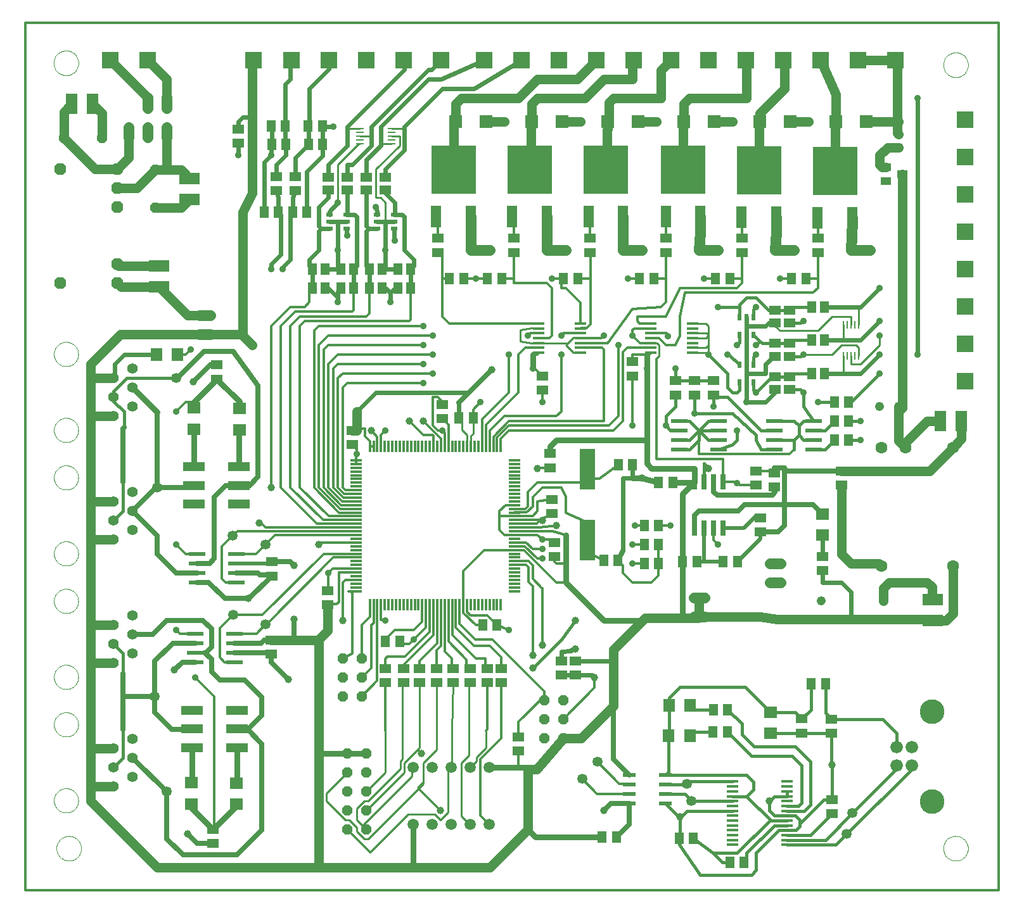
<source format=gtl>
G75*
G70*
%OFA0B0*%
%FSLAX24Y24*%
%IPPOS*%
%LPD*%
%AMOC8*
5,1,8,0,0,1.08239X$1,22.5*
%
%ADD10C,0.0118*%
%ADD11C,0.0591*%
%ADD12R,0.0591X0.0512*%
%ADD13R,0.0591X0.0157*%
%ADD14R,0.0709X0.0236*%
%ADD15R,0.0512X0.0591*%
%ADD16R,0.0709X0.0630*%
%ADD17R,0.0260X0.0800*%
%ADD18R,0.0710X0.0630*%
%ADD19C,0.0004*%
%ADD20C,0.0554*%
%ADD21C,0.0000*%
%ADD22R,0.1181X0.0472*%
%ADD23C,0.0660*%
%ADD24C,0.1300*%
%ADD25R,0.0630X0.0710*%
%ADD26R,0.0787X0.2165*%
%ADD27R,0.0630X0.0138*%
%ADD28R,0.0551X0.1181*%
%ADD29R,0.2362X0.2559*%
%ADD30R,0.0870X0.0240*%
%ADD31OC8,0.0630*%
%ADD32R,0.1063X0.0630*%
%ADD33OC8,0.0520*%
%ADD34C,0.0630*%
%ADD35R,0.0630X0.1063*%
%ADD36C,0.0476*%
%ADD37C,0.0560*%
%ADD38OC8,0.0560*%
%ADD39R,0.0118X0.0630*%
%ADD40R,0.0630X0.0118*%
%ADD41R,0.0709X0.0669*%
%ADD42R,0.0630X0.0709*%
%ADD43R,0.0860X0.0860*%
%ADD44R,0.0236X0.0354*%
%ADD45R,0.0354X0.0236*%
%ADD46R,0.0394X0.0433*%
%ADD47R,0.0098X0.0394*%
%ADD48R,0.0394X0.0098*%
%ADD49R,0.0551X0.0394*%
%ADD50C,0.0500*%
%ADD51C,0.0300*%
%ADD52C,0.0200*%
%ADD53C,0.0120*%
%ADD54C,0.0250*%
%ADD55C,0.0396*%
%ADD56C,0.0100*%
%ADD57C,0.0357*%
%ADD58C,0.0240*%
%ADD59C,0.0475*%
%ADD60C,0.0160*%
%ADD61C,0.0531*%
%ADD62C,0.0150*%
D10*
X001068Y000218D02*
X052249Y000218D01*
X052249Y045887D01*
X001068Y045887D01*
X001068Y000218D01*
D11*
X021448Y003694D03*
X022448Y003694D03*
X023448Y003694D03*
X024448Y003694D03*
X025448Y003694D03*
X025448Y006694D03*
X024448Y006694D03*
X023448Y006694D03*
X022448Y006694D03*
X021448Y006694D03*
D12*
X021798Y011139D03*
X021798Y011887D03*
X020948Y011887D03*
X020948Y011139D03*
X019998Y011139D03*
X019998Y011887D03*
X022698Y011887D03*
X022698Y011139D03*
X023548Y011139D03*
X023548Y011887D03*
X024448Y011887D03*
X024448Y011139D03*
X025348Y011139D03*
X026092Y011139D03*
X026092Y011887D03*
X025348Y011887D03*
X029247Y011541D03*
X029247Y012289D03*
X029997Y012289D03*
X029997Y011541D03*
X026997Y008289D03*
X026997Y007541D03*
X016955Y015240D03*
X016955Y015988D03*
X014018Y016761D03*
X014018Y017509D03*
X014009Y013390D03*
X014009Y012642D03*
X010941Y003415D03*
X010941Y002667D03*
X028905Y017765D03*
X028905Y018513D03*
X028747Y020041D03*
X028747Y020789D03*
X028655Y022464D03*
X028655Y023212D03*
X028247Y026541D03*
X028247Y027289D03*
X032997Y027291D03*
X032997Y028039D03*
X035247Y027039D03*
X035247Y026291D03*
X036247Y026291D03*
X036247Y027039D03*
X037247Y027039D03*
X037247Y026291D03*
X040497Y026580D03*
X040497Y027250D03*
X041247Y027250D03*
X041247Y026580D03*
X041247Y028330D03*
X041247Y029000D03*
X040497Y029000D03*
X040497Y028330D03*
X040497Y030080D03*
X040497Y030750D03*
X041247Y030750D03*
X041247Y030080D03*
X042747Y033791D03*
X042747Y034539D03*
X038747Y034539D03*
X038747Y033791D03*
X034747Y033791D03*
X034747Y034539D03*
X030747Y034539D03*
X030747Y033791D03*
X026747Y033791D03*
X026747Y034539D03*
X022747Y034539D03*
X022747Y033791D03*
X019997Y037080D03*
X019997Y037750D03*
X018997Y037750D03*
X018997Y037080D03*
X017997Y037080D03*
X017997Y037750D03*
X016997Y037750D03*
X016997Y037080D03*
X015247Y037041D03*
X015247Y037789D03*
X014247Y037789D03*
X014247Y037041D03*
X012247Y039541D03*
X012247Y040289D03*
X011141Y027865D03*
X011141Y027117D03*
X018258Y024413D03*
X018258Y023665D03*
X022997Y025041D03*
X022997Y025789D03*
X039497Y022289D03*
X039497Y021541D03*
X040448Y021447D03*
X040448Y022195D03*
X039734Y019830D03*
X039734Y019082D03*
X042997Y017789D03*
X042997Y017041D03*
X043997Y021541D03*
X043997Y022289D03*
X041906Y009236D03*
X041906Y008488D03*
X043476Y008470D03*
X043476Y009219D03*
X043483Y004992D03*
X043483Y004244D03*
D13*
X041116Y004140D03*
X041116Y004396D03*
X041116Y004652D03*
X041116Y004907D03*
X041116Y005163D03*
X041116Y005419D03*
X041116Y005675D03*
X041116Y005931D03*
X041116Y003884D03*
X041116Y003628D03*
X041116Y003372D03*
X041116Y003116D03*
X041116Y002860D03*
X041116Y002604D03*
X038262Y002604D03*
X038262Y002860D03*
X038262Y003116D03*
X038262Y003372D03*
X038262Y003628D03*
X038262Y003884D03*
X038262Y004140D03*
X038262Y004396D03*
X038262Y004652D03*
X038262Y004907D03*
X038262Y005163D03*
X038262Y005419D03*
X038262Y005675D03*
X038262Y005931D03*
D14*
X034736Y005783D03*
X034736Y005283D03*
X034736Y004783D03*
X034736Y006283D03*
X032814Y006283D03*
X032814Y005783D03*
X032814Y005283D03*
X032814Y004783D03*
D15*
X032147Y003021D03*
X031399Y003021D03*
X035444Y002963D03*
X036192Y002963D03*
X038123Y001665D03*
X038871Y001665D03*
X037983Y008535D03*
X037235Y008535D03*
X037257Y009719D03*
X038005Y009719D03*
X042397Y011080D03*
X043145Y011080D03*
X038521Y017515D03*
X037773Y017515D03*
X036385Y017502D03*
X035637Y017502D03*
X034371Y017415D03*
X033623Y017415D03*
X033623Y018415D03*
X034371Y018415D03*
X034371Y019415D03*
X033623Y019415D03*
X032234Y017570D03*
X031486Y017570D03*
X034373Y021665D03*
X035121Y021665D03*
X032992Y022620D03*
X032244Y022620D03*
X024610Y025085D03*
X023862Y025085D03*
X021332Y031915D03*
X020663Y031915D03*
X019832Y031915D03*
X019163Y031915D03*
X018332Y031915D03*
X017663Y031915D03*
X016832Y031915D03*
X016163Y031915D03*
X016163Y032915D03*
X016832Y032915D03*
X017663Y032915D03*
X018332Y032915D03*
X019163Y032915D03*
X019832Y032915D03*
X020663Y032915D03*
X021332Y032915D03*
X023373Y032415D03*
X024121Y032415D03*
X025373Y032415D03*
X026121Y032415D03*
X029373Y032415D03*
X030121Y032415D03*
X033373Y032415D03*
X034121Y032415D03*
X037373Y032415D03*
X038121Y032415D03*
X041373Y032415D03*
X042121Y032415D03*
X042413Y030915D03*
X043082Y030915D03*
X043082Y029165D03*
X042413Y029165D03*
X042413Y027415D03*
X043082Y027415D03*
X043623Y025915D03*
X044371Y025915D03*
X044371Y024915D03*
X043623Y024915D03*
X043623Y023915D03*
X044371Y023915D03*
X025871Y014165D03*
X025123Y014165D03*
X020757Y013318D03*
X020009Y013318D03*
X015871Y035915D03*
X015123Y035915D03*
X014371Y035915D03*
X013623Y035915D03*
X014010Y039496D03*
X014758Y039496D03*
X014741Y040434D03*
X013993Y040434D03*
X015934Y040445D03*
X016683Y040445D03*
X016708Y039496D03*
X015960Y039496D03*
D16*
X040262Y009570D03*
X040262Y008467D03*
D17*
X037765Y019292D03*
X037265Y019292D03*
X036765Y019292D03*
X036265Y019292D03*
X036265Y021712D03*
X036765Y021712D03*
X037265Y021712D03*
X037765Y021712D03*
D18*
X042997Y020025D03*
X042997Y018905D03*
X012323Y024461D03*
X012323Y025581D03*
X009941Y025601D03*
X009941Y024481D03*
X009796Y005869D03*
X009796Y004749D03*
X012171Y004743D03*
X012171Y005862D03*
D19*
X001034Y003864D02*
X001034Y010014D01*
X001034Y010364D02*
X001034Y016514D01*
X001034Y016864D02*
X001034Y023014D01*
X001034Y023364D02*
X001034Y029514D01*
D20*
X005704Y027189D03*
X005704Y026189D03*
X005704Y025189D03*
X006704Y025689D03*
X006704Y026689D03*
X006704Y027689D03*
X006704Y021189D03*
X006704Y020189D03*
X006704Y019189D03*
X005704Y019689D03*
X005704Y020689D03*
X005704Y018689D03*
X006704Y014689D03*
X006704Y013689D03*
X006704Y012689D03*
X005704Y013189D03*
X005704Y014189D03*
X005704Y012189D03*
X006704Y008189D03*
X006704Y007189D03*
X006704Y006189D03*
X005704Y006689D03*
X005704Y007689D03*
X005704Y005689D03*
D21*
X002564Y004939D02*
X002566Y004989D01*
X002572Y005039D01*
X002582Y005088D01*
X002595Y005137D01*
X002613Y005184D01*
X002634Y005230D01*
X002658Y005273D01*
X002686Y005315D01*
X002717Y005355D01*
X002751Y005392D01*
X002788Y005426D01*
X002828Y005457D01*
X002870Y005485D01*
X002913Y005509D01*
X002959Y005530D01*
X003006Y005548D01*
X003055Y005561D01*
X003104Y005571D01*
X003154Y005577D01*
X003204Y005579D01*
X003254Y005577D01*
X003304Y005571D01*
X003353Y005561D01*
X003402Y005548D01*
X003449Y005530D01*
X003495Y005509D01*
X003538Y005485D01*
X003580Y005457D01*
X003620Y005426D01*
X003657Y005392D01*
X003691Y005355D01*
X003722Y005315D01*
X003750Y005273D01*
X003774Y005230D01*
X003795Y005184D01*
X003813Y005137D01*
X003826Y005088D01*
X003836Y005039D01*
X003842Y004989D01*
X003844Y004939D01*
X003842Y004889D01*
X003836Y004839D01*
X003826Y004790D01*
X003813Y004741D01*
X003795Y004694D01*
X003774Y004648D01*
X003750Y004605D01*
X003722Y004563D01*
X003691Y004523D01*
X003657Y004486D01*
X003620Y004452D01*
X003580Y004421D01*
X003538Y004393D01*
X003495Y004369D01*
X003449Y004348D01*
X003402Y004330D01*
X003353Y004317D01*
X003304Y004307D01*
X003254Y004301D01*
X003204Y004299D01*
X003154Y004301D01*
X003104Y004307D01*
X003055Y004317D01*
X003006Y004330D01*
X002959Y004348D01*
X002913Y004369D01*
X002870Y004393D01*
X002828Y004421D01*
X002788Y004452D01*
X002751Y004486D01*
X002717Y004523D01*
X002686Y004563D01*
X002658Y004605D01*
X002634Y004648D01*
X002613Y004694D01*
X002595Y004741D01*
X002582Y004790D01*
X002572Y004839D01*
X002566Y004889D01*
X002564Y004939D01*
X002697Y002415D02*
X002699Y002465D01*
X002705Y002515D01*
X002715Y002565D01*
X002728Y002613D01*
X002745Y002661D01*
X002766Y002707D01*
X002790Y002751D01*
X002818Y002793D01*
X002849Y002833D01*
X002883Y002870D01*
X002920Y002905D01*
X002959Y002936D01*
X003000Y002965D01*
X003044Y002990D01*
X003090Y003012D01*
X003137Y003030D01*
X003185Y003044D01*
X003234Y003055D01*
X003284Y003062D01*
X003334Y003065D01*
X003385Y003064D01*
X003435Y003059D01*
X003485Y003050D01*
X003533Y003038D01*
X003581Y003021D01*
X003627Y003001D01*
X003672Y002978D01*
X003715Y002951D01*
X003755Y002921D01*
X003793Y002888D01*
X003828Y002852D01*
X003861Y002813D01*
X003890Y002772D01*
X003916Y002729D01*
X003939Y002684D01*
X003958Y002637D01*
X003973Y002589D01*
X003985Y002540D01*
X003993Y002490D01*
X003997Y002440D01*
X003997Y002390D01*
X003993Y002340D01*
X003985Y002290D01*
X003973Y002241D01*
X003958Y002193D01*
X003939Y002146D01*
X003916Y002101D01*
X003890Y002058D01*
X003861Y002017D01*
X003828Y001978D01*
X003793Y001942D01*
X003755Y001909D01*
X003715Y001879D01*
X003672Y001852D01*
X003627Y001829D01*
X003581Y001809D01*
X003533Y001792D01*
X003485Y001780D01*
X003435Y001771D01*
X003385Y001766D01*
X003334Y001765D01*
X003284Y001768D01*
X003234Y001775D01*
X003185Y001786D01*
X003137Y001800D01*
X003090Y001818D01*
X003044Y001840D01*
X003000Y001865D01*
X002959Y001894D01*
X002920Y001925D01*
X002883Y001960D01*
X002849Y001997D01*
X002818Y002037D01*
X002790Y002079D01*
X002766Y002123D01*
X002745Y002169D01*
X002728Y002217D01*
X002715Y002265D01*
X002705Y002315D01*
X002699Y002365D01*
X002697Y002415D01*
X002564Y008939D02*
X002566Y008989D01*
X002572Y009039D01*
X002582Y009088D01*
X002595Y009137D01*
X002613Y009184D01*
X002634Y009230D01*
X002658Y009273D01*
X002686Y009315D01*
X002717Y009355D01*
X002751Y009392D01*
X002788Y009426D01*
X002828Y009457D01*
X002870Y009485D01*
X002913Y009509D01*
X002959Y009530D01*
X003006Y009548D01*
X003055Y009561D01*
X003104Y009571D01*
X003154Y009577D01*
X003204Y009579D01*
X003254Y009577D01*
X003304Y009571D01*
X003353Y009561D01*
X003402Y009548D01*
X003449Y009530D01*
X003495Y009509D01*
X003538Y009485D01*
X003580Y009457D01*
X003620Y009426D01*
X003657Y009392D01*
X003691Y009355D01*
X003722Y009315D01*
X003750Y009273D01*
X003774Y009230D01*
X003795Y009184D01*
X003813Y009137D01*
X003826Y009088D01*
X003836Y009039D01*
X003842Y008989D01*
X003844Y008939D01*
X003842Y008889D01*
X003836Y008839D01*
X003826Y008790D01*
X003813Y008741D01*
X003795Y008694D01*
X003774Y008648D01*
X003750Y008605D01*
X003722Y008563D01*
X003691Y008523D01*
X003657Y008486D01*
X003620Y008452D01*
X003580Y008421D01*
X003538Y008393D01*
X003495Y008369D01*
X003449Y008348D01*
X003402Y008330D01*
X003353Y008317D01*
X003304Y008307D01*
X003254Y008301D01*
X003204Y008299D01*
X003154Y008301D01*
X003104Y008307D01*
X003055Y008317D01*
X003006Y008330D01*
X002959Y008348D01*
X002913Y008369D01*
X002870Y008393D01*
X002828Y008421D01*
X002788Y008452D01*
X002751Y008486D01*
X002717Y008523D01*
X002686Y008563D01*
X002658Y008605D01*
X002634Y008648D01*
X002613Y008694D01*
X002595Y008741D01*
X002582Y008790D01*
X002572Y008839D01*
X002566Y008889D01*
X002564Y008939D01*
X002564Y011439D02*
X002566Y011489D01*
X002572Y011539D01*
X002582Y011588D01*
X002595Y011637D01*
X002613Y011684D01*
X002634Y011730D01*
X002658Y011773D01*
X002686Y011815D01*
X002717Y011855D01*
X002751Y011892D01*
X002788Y011926D01*
X002828Y011957D01*
X002870Y011985D01*
X002913Y012009D01*
X002959Y012030D01*
X003006Y012048D01*
X003055Y012061D01*
X003104Y012071D01*
X003154Y012077D01*
X003204Y012079D01*
X003254Y012077D01*
X003304Y012071D01*
X003353Y012061D01*
X003402Y012048D01*
X003449Y012030D01*
X003495Y012009D01*
X003538Y011985D01*
X003580Y011957D01*
X003620Y011926D01*
X003657Y011892D01*
X003691Y011855D01*
X003722Y011815D01*
X003750Y011773D01*
X003774Y011730D01*
X003795Y011684D01*
X003813Y011637D01*
X003826Y011588D01*
X003836Y011539D01*
X003842Y011489D01*
X003844Y011439D01*
X003842Y011389D01*
X003836Y011339D01*
X003826Y011290D01*
X003813Y011241D01*
X003795Y011194D01*
X003774Y011148D01*
X003750Y011105D01*
X003722Y011063D01*
X003691Y011023D01*
X003657Y010986D01*
X003620Y010952D01*
X003580Y010921D01*
X003538Y010893D01*
X003495Y010869D01*
X003449Y010848D01*
X003402Y010830D01*
X003353Y010817D01*
X003304Y010807D01*
X003254Y010801D01*
X003204Y010799D01*
X003154Y010801D01*
X003104Y010807D01*
X003055Y010817D01*
X003006Y010830D01*
X002959Y010848D01*
X002913Y010869D01*
X002870Y010893D01*
X002828Y010921D01*
X002788Y010952D01*
X002751Y010986D01*
X002717Y011023D01*
X002686Y011063D01*
X002658Y011105D01*
X002634Y011148D01*
X002613Y011194D01*
X002595Y011241D01*
X002582Y011290D01*
X002572Y011339D01*
X002566Y011389D01*
X002564Y011439D01*
X002564Y015439D02*
X002566Y015489D01*
X002572Y015539D01*
X002582Y015588D01*
X002595Y015637D01*
X002613Y015684D01*
X002634Y015730D01*
X002658Y015773D01*
X002686Y015815D01*
X002717Y015855D01*
X002751Y015892D01*
X002788Y015926D01*
X002828Y015957D01*
X002870Y015985D01*
X002913Y016009D01*
X002959Y016030D01*
X003006Y016048D01*
X003055Y016061D01*
X003104Y016071D01*
X003154Y016077D01*
X003204Y016079D01*
X003254Y016077D01*
X003304Y016071D01*
X003353Y016061D01*
X003402Y016048D01*
X003449Y016030D01*
X003495Y016009D01*
X003538Y015985D01*
X003580Y015957D01*
X003620Y015926D01*
X003657Y015892D01*
X003691Y015855D01*
X003722Y015815D01*
X003750Y015773D01*
X003774Y015730D01*
X003795Y015684D01*
X003813Y015637D01*
X003826Y015588D01*
X003836Y015539D01*
X003842Y015489D01*
X003844Y015439D01*
X003842Y015389D01*
X003836Y015339D01*
X003826Y015290D01*
X003813Y015241D01*
X003795Y015194D01*
X003774Y015148D01*
X003750Y015105D01*
X003722Y015063D01*
X003691Y015023D01*
X003657Y014986D01*
X003620Y014952D01*
X003580Y014921D01*
X003538Y014893D01*
X003495Y014869D01*
X003449Y014848D01*
X003402Y014830D01*
X003353Y014817D01*
X003304Y014807D01*
X003254Y014801D01*
X003204Y014799D01*
X003154Y014801D01*
X003104Y014807D01*
X003055Y014817D01*
X003006Y014830D01*
X002959Y014848D01*
X002913Y014869D01*
X002870Y014893D01*
X002828Y014921D01*
X002788Y014952D01*
X002751Y014986D01*
X002717Y015023D01*
X002686Y015063D01*
X002658Y015105D01*
X002634Y015148D01*
X002613Y015194D01*
X002595Y015241D01*
X002582Y015290D01*
X002572Y015339D01*
X002566Y015389D01*
X002564Y015439D01*
X002564Y017939D02*
X002566Y017989D01*
X002572Y018039D01*
X002582Y018088D01*
X002595Y018137D01*
X002613Y018184D01*
X002634Y018230D01*
X002658Y018273D01*
X002686Y018315D01*
X002717Y018355D01*
X002751Y018392D01*
X002788Y018426D01*
X002828Y018457D01*
X002870Y018485D01*
X002913Y018509D01*
X002959Y018530D01*
X003006Y018548D01*
X003055Y018561D01*
X003104Y018571D01*
X003154Y018577D01*
X003204Y018579D01*
X003254Y018577D01*
X003304Y018571D01*
X003353Y018561D01*
X003402Y018548D01*
X003449Y018530D01*
X003495Y018509D01*
X003538Y018485D01*
X003580Y018457D01*
X003620Y018426D01*
X003657Y018392D01*
X003691Y018355D01*
X003722Y018315D01*
X003750Y018273D01*
X003774Y018230D01*
X003795Y018184D01*
X003813Y018137D01*
X003826Y018088D01*
X003836Y018039D01*
X003842Y017989D01*
X003844Y017939D01*
X003842Y017889D01*
X003836Y017839D01*
X003826Y017790D01*
X003813Y017741D01*
X003795Y017694D01*
X003774Y017648D01*
X003750Y017605D01*
X003722Y017563D01*
X003691Y017523D01*
X003657Y017486D01*
X003620Y017452D01*
X003580Y017421D01*
X003538Y017393D01*
X003495Y017369D01*
X003449Y017348D01*
X003402Y017330D01*
X003353Y017317D01*
X003304Y017307D01*
X003254Y017301D01*
X003204Y017299D01*
X003154Y017301D01*
X003104Y017307D01*
X003055Y017317D01*
X003006Y017330D01*
X002959Y017348D01*
X002913Y017369D01*
X002870Y017393D01*
X002828Y017421D01*
X002788Y017452D01*
X002751Y017486D01*
X002717Y017523D01*
X002686Y017563D01*
X002658Y017605D01*
X002634Y017648D01*
X002613Y017694D01*
X002595Y017741D01*
X002582Y017790D01*
X002572Y017839D01*
X002566Y017889D01*
X002564Y017939D01*
X002564Y021939D02*
X002566Y021989D01*
X002572Y022039D01*
X002582Y022088D01*
X002595Y022137D01*
X002613Y022184D01*
X002634Y022230D01*
X002658Y022273D01*
X002686Y022315D01*
X002717Y022355D01*
X002751Y022392D01*
X002788Y022426D01*
X002828Y022457D01*
X002870Y022485D01*
X002913Y022509D01*
X002959Y022530D01*
X003006Y022548D01*
X003055Y022561D01*
X003104Y022571D01*
X003154Y022577D01*
X003204Y022579D01*
X003254Y022577D01*
X003304Y022571D01*
X003353Y022561D01*
X003402Y022548D01*
X003449Y022530D01*
X003495Y022509D01*
X003538Y022485D01*
X003580Y022457D01*
X003620Y022426D01*
X003657Y022392D01*
X003691Y022355D01*
X003722Y022315D01*
X003750Y022273D01*
X003774Y022230D01*
X003795Y022184D01*
X003813Y022137D01*
X003826Y022088D01*
X003836Y022039D01*
X003842Y021989D01*
X003844Y021939D01*
X003842Y021889D01*
X003836Y021839D01*
X003826Y021790D01*
X003813Y021741D01*
X003795Y021694D01*
X003774Y021648D01*
X003750Y021605D01*
X003722Y021563D01*
X003691Y021523D01*
X003657Y021486D01*
X003620Y021452D01*
X003580Y021421D01*
X003538Y021393D01*
X003495Y021369D01*
X003449Y021348D01*
X003402Y021330D01*
X003353Y021317D01*
X003304Y021307D01*
X003254Y021301D01*
X003204Y021299D01*
X003154Y021301D01*
X003104Y021307D01*
X003055Y021317D01*
X003006Y021330D01*
X002959Y021348D01*
X002913Y021369D01*
X002870Y021393D01*
X002828Y021421D01*
X002788Y021452D01*
X002751Y021486D01*
X002717Y021523D01*
X002686Y021563D01*
X002658Y021605D01*
X002634Y021648D01*
X002613Y021694D01*
X002595Y021741D01*
X002582Y021790D01*
X002572Y021839D01*
X002566Y021889D01*
X002564Y021939D01*
X002564Y024439D02*
X002566Y024489D01*
X002572Y024539D01*
X002582Y024588D01*
X002595Y024637D01*
X002613Y024684D01*
X002634Y024730D01*
X002658Y024773D01*
X002686Y024815D01*
X002717Y024855D01*
X002751Y024892D01*
X002788Y024926D01*
X002828Y024957D01*
X002870Y024985D01*
X002913Y025009D01*
X002959Y025030D01*
X003006Y025048D01*
X003055Y025061D01*
X003104Y025071D01*
X003154Y025077D01*
X003204Y025079D01*
X003254Y025077D01*
X003304Y025071D01*
X003353Y025061D01*
X003402Y025048D01*
X003449Y025030D01*
X003495Y025009D01*
X003538Y024985D01*
X003580Y024957D01*
X003620Y024926D01*
X003657Y024892D01*
X003691Y024855D01*
X003722Y024815D01*
X003750Y024773D01*
X003774Y024730D01*
X003795Y024684D01*
X003813Y024637D01*
X003826Y024588D01*
X003836Y024539D01*
X003842Y024489D01*
X003844Y024439D01*
X003842Y024389D01*
X003836Y024339D01*
X003826Y024290D01*
X003813Y024241D01*
X003795Y024194D01*
X003774Y024148D01*
X003750Y024105D01*
X003722Y024063D01*
X003691Y024023D01*
X003657Y023986D01*
X003620Y023952D01*
X003580Y023921D01*
X003538Y023893D01*
X003495Y023869D01*
X003449Y023848D01*
X003402Y023830D01*
X003353Y023817D01*
X003304Y023807D01*
X003254Y023801D01*
X003204Y023799D01*
X003154Y023801D01*
X003104Y023807D01*
X003055Y023817D01*
X003006Y023830D01*
X002959Y023848D01*
X002913Y023869D01*
X002870Y023893D01*
X002828Y023921D01*
X002788Y023952D01*
X002751Y023986D01*
X002717Y024023D01*
X002686Y024063D01*
X002658Y024105D01*
X002634Y024148D01*
X002613Y024194D01*
X002595Y024241D01*
X002582Y024290D01*
X002572Y024339D01*
X002566Y024389D01*
X002564Y024439D01*
X002564Y028439D02*
X002566Y028489D01*
X002572Y028539D01*
X002582Y028588D01*
X002595Y028637D01*
X002613Y028684D01*
X002634Y028730D01*
X002658Y028773D01*
X002686Y028815D01*
X002717Y028855D01*
X002751Y028892D01*
X002788Y028926D01*
X002828Y028957D01*
X002870Y028985D01*
X002913Y029009D01*
X002959Y029030D01*
X003006Y029048D01*
X003055Y029061D01*
X003104Y029071D01*
X003154Y029077D01*
X003204Y029079D01*
X003254Y029077D01*
X003304Y029071D01*
X003353Y029061D01*
X003402Y029048D01*
X003449Y029030D01*
X003495Y029009D01*
X003538Y028985D01*
X003580Y028957D01*
X003620Y028926D01*
X003657Y028892D01*
X003691Y028855D01*
X003722Y028815D01*
X003750Y028773D01*
X003774Y028730D01*
X003795Y028684D01*
X003813Y028637D01*
X003826Y028588D01*
X003836Y028539D01*
X003842Y028489D01*
X003844Y028439D01*
X003842Y028389D01*
X003836Y028339D01*
X003826Y028290D01*
X003813Y028241D01*
X003795Y028194D01*
X003774Y028148D01*
X003750Y028105D01*
X003722Y028063D01*
X003691Y028023D01*
X003657Y027986D01*
X003620Y027952D01*
X003580Y027921D01*
X003538Y027893D01*
X003495Y027869D01*
X003449Y027848D01*
X003402Y027830D01*
X003353Y027817D01*
X003304Y027807D01*
X003254Y027801D01*
X003204Y027799D01*
X003154Y027801D01*
X003104Y027807D01*
X003055Y027817D01*
X003006Y027830D01*
X002959Y027848D01*
X002913Y027869D01*
X002870Y027893D01*
X002828Y027921D01*
X002788Y027952D01*
X002751Y027986D01*
X002717Y028023D01*
X002686Y028063D01*
X002658Y028105D01*
X002634Y028148D01*
X002613Y028194D01*
X002595Y028241D01*
X002582Y028290D01*
X002572Y028339D01*
X002566Y028389D01*
X002564Y028439D01*
X002547Y043765D02*
X002549Y043815D01*
X002555Y043865D01*
X002565Y043915D01*
X002578Y043963D01*
X002595Y044011D01*
X002616Y044057D01*
X002640Y044101D01*
X002668Y044143D01*
X002699Y044183D01*
X002733Y044220D01*
X002770Y044255D01*
X002809Y044286D01*
X002850Y044315D01*
X002894Y044340D01*
X002940Y044362D01*
X002987Y044380D01*
X003035Y044394D01*
X003084Y044405D01*
X003134Y044412D01*
X003184Y044415D01*
X003235Y044414D01*
X003285Y044409D01*
X003335Y044400D01*
X003383Y044388D01*
X003431Y044371D01*
X003477Y044351D01*
X003522Y044328D01*
X003565Y044301D01*
X003605Y044271D01*
X003643Y044238D01*
X003678Y044202D01*
X003711Y044163D01*
X003740Y044122D01*
X003766Y044079D01*
X003789Y044034D01*
X003808Y043987D01*
X003823Y043939D01*
X003835Y043890D01*
X003843Y043840D01*
X003847Y043790D01*
X003847Y043740D01*
X003843Y043690D01*
X003835Y043640D01*
X003823Y043591D01*
X003808Y043543D01*
X003789Y043496D01*
X003766Y043451D01*
X003740Y043408D01*
X003711Y043367D01*
X003678Y043328D01*
X003643Y043292D01*
X003605Y043259D01*
X003565Y043229D01*
X003522Y043202D01*
X003477Y043179D01*
X003431Y043159D01*
X003383Y043142D01*
X003335Y043130D01*
X003285Y043121D01*
X003235Y043116D01*
X003184Y043115D01*
X003134Y043118D01*
X003084Y043125D01*
X003035Y043136D01*
X002987Y043150D01*
X002940Y043168D01*
X002894Y043190D01*
X002850Y043215D01*
X002809Y043244D01*
X002770Y043275D01*
X002733Y043310D01*
X002699Y043347D01*
X002668Y043387D01*
X002640Y043429D01*
X002616Y043473D01*
X002595Y043519D01*
X002578Y043567D01*
X002565Y043615D01*
X002555Y043665D01*
X002549Y043715D01*
X002547Y043765D01*
X049347Y043665D02*
X049349Y043715D01*
X049355Y043765D01*
X049365Y043815D01*
X049378Y043863D01*
X049395Y043911D01*
X049416Y043957D01*
X049440Y044001D01*
X049468Y044043D01*
X049499Y044083D01*
X049533Y044120D01*
X049570Y044155D01*
X049609Y044186D01*
X049650Y044215D01*
X049694Y044240D01*
X049740Y044262D01*
X049787Y044280D01*
X049835Y044294D01*
X049884Y044305D01*
X049934Y044312D01*
X049984Y044315D01*
X050035Y044314D01*
X050085Y044309D01*
X050135Y044300D01*
X050183Y044288D01*
X050231Y044271D01*
X050277Y044251D01*
X050322Y044228D01*
X050365Y044201D01*
X050405Y044171D01*
X050443Y044138D01*
X050478Y044102D01*
X050511Y044063D01*
X050540Y044022D01*
X050566Y043979D01*
X050589Y043934D01*
X050608Y043887D01*
X050623Y043839D01*
X050635Y043790D01*
X050643Y043740D01*
X050647Y043690D01*
X050647Y043640D01*
X050643Y043590D01*
X050635Y043540D01*
X050623Y043491D01*
X050608Y043443D01*
X050589Y043396D01*
X050566Y043351D01*
X050540Y043308D01*
X050511Y043267D01*
X050478Y043228D01*
X050443Y043192D01*
X050405Y043159D01*
X050365Y043129D01*
X050322Y043102D01*
X050277Y043079D01*
X050231Y043059D01*
X050183Y043042D01*
X050135Y043030D01*
X050085Y043021D01*
X050035Y043016D01*
X049984Y043015D01*
X049934Y043018D01*
X049884Y043025D01*
X049835Y043036D01*
X049787Y043050D01*
X049740Y043068D01*
X049694Y043090D01*
X049650Y043115D01*
X049609Y043144D01*
X049570Y043175D01*
X049533Y043210D01*
X049499Y043247D01*
X049468Y043287D01*
X049440Y043329D01*
X049416Y043373D01*
X049395Y043419D01*
X049378Y043467D01*
X049365Y043515D01*
X049355Y043565D01*
X049349Y043615D01*
X049347Y043665D01*
X049347Y002415D02*
X049349Y002465D01*
X049355Y002515D01*
X049365Y002565D01*
X049378Y002613D01*
X049395Y002661D01*
X049416Y002707D01*
X049440Y002751D01*
X049468Y002793D01*
X049499Y002833D01*
X049533Y002870D01*
X049570Y002905D01*
X049609Y002936D01*
X049650Y002965D01*
X049694Y002990D01*
X049740Y003012D01*
X049787Y003030D01*
X049835Y003044D01*
X049884Y003055D01*
X049934Y003062D01*
X049984Y003065D01*
X050035Y003064D01*
X050085Y003059D01*
X050135Y003050D01*
X050183Y003038D01*
X050231Y003021D01*
X050277Y003001D01*
X050322Y002978D01*
X050365Y002951D01*
X050405Y002921D01*
X050443Y002888D01*
X050478Y002852D01*
X050511Y002813D01*
X050540Y002772D01*
X050566Y002729D01*
X050589Y002684D01*
X050608Y002637D01*
X050623Y002589D01*
X050635Y002540D01*
X050643Y002490D01*
X050647Y002440D01*
X050647Y002390D01*
X050643Y002340D01*
X050635Y002290D01*
X050623Y002241D01*
X050608Y002193D01*
X050589Y002146D01*
X050566Y002101D01*
X050540Y002058D01*
X050511Y002017D01*
X050478Y001978D01*
X050443Y001942D01*
X050405Y001909D01*
X050365Y001879D01*
X050322Y001852D01*
X050277Y001829D01*
X050231Y001809D01*
X050183Y001792D01*
X050135Y001780D01*
X050085Y001771D01*
X050035Y001766D01*
X049984Y001765D01*
X049934Y001768D01*
X049884Y001775D01*
X049835Y001786D01*
X049787Y001800D01*
X049740Y001818D01*
X049694Y001840D01*
X049650Y001865D01*
X049609Y001894D01*
X049570Y001925D01*
X049533Y001960D01*
X049499Y001997D01*
X049468Y002037D01*
X049440Y002079D01*
X049416Y002123D01*
X049395Y002169D01*
X049378Y002217D01*
X049365Y002265D01*
X049355Y002315D01*
X049349Y002365D01*
X049347Y002415D01*
D22*
X012202Y007718D03*
X012202Y008702D03*
X012202Y009687D03*
X009840Y009687D03*
X009840Y008702D03*
X009840Y007718D03*
X009942Y020537D03*
X009942Y021521D03*
X009942Y022506D03*
X012305Y022506D03*
X012305Y021521D03*
X012305Y020537D03*
D23*
X046897Y007750D03*
X047677Y007750D03*
X047677Y006765D03*
X046897Y006765D03*
D24*
X048747Y004887D03*
X048747Y009627D03*
D25*
X036037Y009951D03*
X034917Y009951D03*
X034892Y008344D03*
X036012Y008344D03*
D26*
X030618Y018643D03*
X030618Y022383D03*
D27*
X030257Y028515D03*
X030257Y028771D03*
X030257Y029027D03*
X030257Y029283D03*
X030257Y029539D03*
X030257Y029795D03*
X030257Y030051D03*
X028053Y030051D03*
X028053Y029795D03*
X028053Y029539D03*
X028053Y029283D03*
X028053Y029027D03*
X028053Y028771D03*
X028053Y028515D03*
X033946Y028509D03*
X033946Y028765D03*
X033946Y029021D03*
X033946Y029277D03*
X033946Y029533D03*
X033946Y029789D03*
X033946Y030044D03*
X036151Y030044D03*
X036151Y029789D03*
X036151Y029533D03*
X036151Y029277D03*
X036151Y029021D03*
X036151Y028765D03*
X036151Y028509D03*
D28*
X036560Y035679D03*
X034749Y035679D03*
X032492Y035691D03*
X030681Y035691D03*
X028486Y035679D03*
X026675Y035679D03*
X024486Y035691D03*
X022675Y035691D03*
X038738Y035655D03*
X040549Y035655D03*
X042738Y035628D03*
X044549Y035628D03*
D29*
X043643Y038088D03*
X039643Y038116D03*
X035655Y038139D03*
X031586Y038152D03*
X027580Y038139D03*
X023580Y038152D03*
D30*
X035467Y024915D03*
X035467Y024415D03*
X035467Y023915D03*
X035467Y023415D03*
X037527Y023415D03*
X037527Y023915D03*
X037527Y024415D03*
X037527Y024915D03*
X040467Y024915D03*
X040467Y024415D03*
X040467Y023915D03*
X040467Y023415D03*
X042527Y023415D03*
X042527Y023915D03*
X042527Y024415D03*
X042527Y024915D03*
X012153Y017921D03*
X012153Y017421D03*
X012153Y016921D03*
X012153Y016421D03*
X010093Y016421D03*
X010093Y016921D03*
X010093Y017421D03*
X010093Y017921D03*
X009994Y013728D03*
X009994Y013228D03*
X009994Y012728D03*
X009994Y012228D03*
X012054Y012228D03*
X012054Y012728D03*
X012054Y013228D03*
X012054Y013728D03*
D31*
X005879Y032172D03*
X005879Y033172D03*
X002879Y032172D03*
X005879Y036172D03*
X005879Y037172D03*
X005879Y038172D03*
X002879Y038172D03*
D32*
X008088Y033076D03*
X008088Y031974D03*
X009708Y036590D03*
X009708Y037692D03*
X048797Y015516D03*
X048797Y014414D03*
D33*
X007896Y036142D03*
X007896Y038142D03*
X005097Y039815D03*
X003097Y039815D03*
D34*
X046097Y023515D03*
X047347Y023515D03*
X049847Y023515D03*
X049847Y017265D03*
X046097Y017265D03*
D35*
X049196Y024915D03*
X050299Y024915D03*
X004607Y041605D03*
X003505Y041605D03*
D36*
X042917Y015457D03*
X042921Y014473D03*
X046207Y014476D03*
X046203Y015461D03*
X046005Y025685D03*
X046990Y025689D03*
D37*
X045497Y033915D02*
X044497Y033915D01*
X044543Y035414D01*
X044549Y035614D01*
X043643Y038088D02*
X043645Y038090D01*
X040549Y035655D02*
X040549Y034864D01*
X040497Y033915D01*
X041497Y033915D01*
X037497Y033915D02*
X036497Y033915D01*
X036560Y034852D01*
X036560Y035679D01*
X035655Y038139D02*
X035645Y038149D01*
X032492Y035691D02*
X032492Y034920D01*
X032497Y033915D01*
X033497Y033915D01*
X029497Y033915D02*
X028497Y033915D01*
X028486Y034927D01*
X028486Y035679D01*
X027580Y038139D02*
X027645Y038204D01*
X024486Y035691D02*
X024486Y034677D01*
X024497Y033915D01*
X025497Y033915D01*
X031586Y038152D02*
X031645Y038211D01*
X039643Y038116D02*
X039645Y038118D01*
X040217Y017415D02*
X040777Y017415D01*
X040777Y016415D02*
X040217Y016415D01*
X036781Y015604D02*
X036221Y015604D01*
X036221Y014604D02*
X036781Y014604D01*
X010777Y029465D02*
X010217Y029465D01*
X010217Y030465D02*
X010777Y030465D01*
X008497Y039835D02*
X008497Y040395D01*
X008497Y041385D02*
X008497Y041945D01*
X007497Y041945D02*
X007497Y041385D01*
X007497Y040395D02*
X007497Y039835D01*
X006497Y039835D02*
X006497Y040395D01*
D38*
X017747Y012415D03*
X017747Y011415D03*
X017747Y010415D03*
X018747Y010415D03*
X018747Y011415D03*
X018747Y012415D03*
X018997Y007415D03*
X017997Y007415D03*
X017997Y006415D03*
X017997Y005415D03*
X017997Y004415D03*
X017997Y003415D03*
X018997Y003415D03*
X018997Y004415D03*
X018997Y005415D03*
X018997Y006415D03*
X028347Y008215D03*
X028347Y009215D03*
X029347Y009215D03*
X029347Y008215D03*
X029347Y010215D03*
X028347Y010215D03*
D39*
X026070Y015233D03*
X025873Y015233D03*
X025677Y015233D03*
X025480Y015233D03*
X025283Y015233D03*
X025086Y015233D03*
X024889Y015233D03*
X024692Y015233D03*
X024495Y015233D03*
X024299Y015233D03*
X024102Y015233D03*
X023905Y015233D03*
X023708Y015233D03*
X023511Y015233D03*
X023314Y015233D03*
X023118Y015233D03*
X022921Y015233D03*
X022724Y015233D03*
X022527Y015233D03*
X022330Y015233D03*
X022133Y015233D03*
X021936Y015233D03*
X021740Y015233D03*
X021543Y015233D03*
X021346Y015233D03*
X021149Y015233D03*
X020952Y015233D03*
X020755Y015233D03*
X020558Y015233D03*
X020362Y015233D03*
X020165Y015233D03*
X019968Y015233D03*
X019771Y015233D03*
X019574Y015233D03*
X019377Y015233D03*
X019181Y015233D03*
X019181Y023580D03*
X019377Y023580D03*
X019574Y023580D03*
X019771Y023580D03*
X019968Y023580D03*
X020165Y023580D03*
X020362Y023580D03*
X020558Y023580D03*
X020755Y023580D03*
X020952Y023580D03*
X021149Y023580D03*
X021346Y023580D03*
X021543Y023580D03*
X021740Y023580D03*
X021936Y023580D03*
X022133Y023580D03*
X022330Y023580D03*
X022527Y023580D03*
X022724Y023580D03*
X022921Y023580D03*
X023118Y023580D03*
X023314Y023580D03*
X023511Y023580D03*
X023708Y023580D03*
X023905Y023580D03*
X024102Y023580D03*
X024299Y023580D03*
X024495Y023580D03*
X024692Y023580D03*
X024889Y023580D03*
X025086Y023580D03*
X025283Y023580D03*
X025480Y023580D03*
X025677Y023580D03*
X025873Y023580D03*
X026070Y023580D03*
D40*
X026799Y022851D03*
X026799Y022654D03*
X026799Y022458D03*
X026799Y022261D03*
X026799Y022064D03*
X026799Y021867D03*
X026799Y021670D03*
X026799Y021473D03*
X026799Y021277D03*
X026799Y021080D03*
X026799Y020883D03*
X026799Y020686D03*
X026799Y020489D03*
X026799Y020292D03*
X026799Y020095D03*
X026799Y019899D03*
X026799Y019702D03*
X026799Y019505D03*
X026799Y019308D03*
X026799Y019111D03*
X026799Y018914D03*
X026799Y018717D03*
X026799Y018521D03*
X026799Y018324D03*
X026799Y018127D03*
X026799Y017930D03*
X026799Y017733D03*
X026799Y017536D03*
X026799Y017340D03*
X026799Y017143D03*
X026799Y016946D03*
X026799Y016749D03*
X026799Y016552D03*
X026799Y016355D03*
X026799Y016158D03*
X026799Y015962D03*
X018452Y015962D03*
X018452Y016158D03*
X018452Y016355D03*
X018452Y016552D03*
X018452Y016749D03*
X018452Y016946D03*
X018452Y017143D03*
X018452Y017340D03*
X018452Y017536D03*
X018452Y017733D03*
X018452Y017930D03*
X018452Y018127D03*
X018452Y018324D03*
X018452Y018521D03*
X018452Y018717D03*
X018452Y018914D03*
X018452Y019111D03*
X018452Y019308D03*
X018452Y019505D03*
X018452Y019702D03*
X018452Y019899D03*
X018452Y020095D03*
X018452Y020292D03*
X018452Y020489D03*
X018452Y020686D03*
X018452Y020883D03*
X018452Y021080D03*
X018452Y021277D03*
X018452Y021473D03*
X018452Y021670D03*
X018452Y021867D03*
X018452Y022064D03*
X018452Y022261D03*
X018452Y022458D03*
X018452Y022654D03*
X018452Y022851D03*
D41*
X023690Y040665D03*
X025305Y040665D03*
X027690Y040665D03*
X029305Y040665D03*
X031690Y040665D03*
X033305Y040665D03*
X035690Y040665D03*
X037305Y040665D03*
X039690Y040665D03*
X041305Y040665D03*
X043690Y040665D03*
X045305Y040665D03*
D42*
X009049Y028415D03*
X007946Y028415D03*
D43*
X007497Y043915D03*
X005529Y043915D03*
X013076Y043915D03*
X015045Y043915D03*
X017013Y043915D03*
X018982Y043915D03*
X020950Y043915D03*
X022919Y043915D03*
X025186Y043915D03*
X027155Y043915D03*
X029123Y043915D03*
X031092Y043915D03*
X033060Y043915D03*
X035029Y043915D03*
X036997Y043915D03*
X038966Y043915D03*
X040934Y043915D03*
X042903Y043915D03*
X044871Y043915D03*
X046840Y043915D03*
X050497Y040789D03*
X050497Y038820D03*
X050497Y036852D03*
X050497Y034883D03*
X050497Y032915D03*
X050497Y030946D03*
X050497Y028978D03*
X050497Y027009D03*
D44*
X039371Y026962D03*
X038997Y026962D03*
X038623Y026962D03*
X038623Y027868D03*
X038997Y027868D03*
X039371Y027868D03*
X039371Y029462D03*
X038997Y029462D03*
X038623Y029462D03*
X038623Y030368D03*
X038997Y030368D03*
X039371Y030368D03*
D45*
X020450Y035041D03*
X020450Y035415D03*
X020450Y035789D03*
X019545Y035789D03*
X019545Y035415D03*
X019545Y035041D03*
X017950Y035041D03*
X017950Y035415D03*
X017950Y035789D03*
X017045Y035789D03*
X017045Y035415D03*
X017045Y035041D03*
D46*
X046997Y039330D03*
X046997Y040000D03*
D47*
X044891Y029997D03*
X044694Y029997D03*
X044497Y029997D03*
X044301Y029997D03*
X044104Y029997D03*
X044104Y028333D03*
X044301Y028333D03*
X044497Y028333D03*
X044694Y028333D03*
X044891Y028333D03*
D48*
X020329Y039521D03*
X020329Y039718D03*
X020329Y039915D03*
X020329Y040112D03*
X020329Y040309D03*
X018666Y040309D03*
X018666Y040112D03*
X018666Y039915D03*
X018666Y039718D03*
X018666Y039521D03*
D49*
X046314Y038289D03*
X046314Y037541D03*
X047181Y037915D03*
D50*
X047181Y025598D01*
X046997Y025415D01*
X046997Y025681D01*
X046990Y025689D01*
X046990Y023873D01*
X047347Y023515D01*
X047347Y023765D01*
X048497Y024915D01*
X049196Y024915D01*
X050299Y024915D02*
X050299Y023966D01*
X049847Y023515D01*
X048621Y022289D01*
X043997Y022289D01*
X043997Y021541D02*
X043997Y017915D01*
X044497Y017415D01*
X045947Y017415D01*
X046097Y017265D01*
X046497Y016415D02*
X048497Y016415D01*
X048747Y016165D01*
X048747Y015566D01*
X048797Y015516D01*
X048735Y014476D02*
X048797Y014414D01*
X048799Y014415D01*
X049497Y014415D01*
X049847Y014765D01*
X049847Y017265D01*
X048735Y014476D02*
X046207Y014476D01*
X046204Y014473D01*
X044497Y014473D01*
X042921Y014473D01*
X042903Y014491D01*
X040597Y014491D01*
X039711Y014604D01*
X036501Y014604D01*
X036501Y015604D01*
X036501Y014604D02*
X036452Y014555D01*
X035637Y014555D01*
X035011Y014555D01*
X034997Y014541D02*
X033649Y014541D01*
X033510Y014402D01*
X031997Y012889D01*
X031997Y012415D01*
X031997Y009915D01*
X030297Y008215D01*
X029347Y008215D01*
X027947Y006565D01*
X027497Y006565D01*
X027497Y003415D01*
X025497Y001415D01*
X021397Y001415D01*
X016497Y001415D01*
X016497Y004915D01*
X016497Y007415D01*
X016497Y013415D01*
X016955Y013873D01*
X016955Y015240D01*
X016497Y013415D02*
X016473Y013390D01*
X014997Y013390D01*
X014009Y013390D01*
X005704Y014189D02*
X004571Y014189D01*
X004497Y014115D01*
X004497Y018665D01*
X004521Y018689D01*
X005704Y018689D01*
X004497Y018665D02*
X004497Y020665D01*
X004521Y020689D01*
X005704Y020689D01*
X004497Y020665D02*
X004497Y025165D01*
X004521Y025189D01*
X005704Y025189D01*
X004497Y025165D02*
X004497Y027265D01*
X004573Y027189D01*
X005704Y027189D01*
X004497Y027265D02*
X004497Y027915D01*
X006047Y029465D01*
X010497Y029465D01*
X012447Y029465D01*
X012497Y029415D01*
X012497Y033915D01*
X012497Y035915D01*
X012997Y036915D01*
X012997Y040915D01*
X012997Y043836D01*
X013076Y043915D01*
X008497Y042915D02*
X008497Y041665D01*
X007497Y041665D02*
X007497Y041946D01*
X005529Y043915D01*
X007497Y043915D02*
X008497Y042915D01*
X008497Y040115D02*
X008497Y038142D01*
X009258Y038142D01*
X009708Y037692D01*
X009708Y036590D02*
X009260Y036142D01*
X007896Y036142D01*
X007866Y036172D01*
X006926Y037172D02*
X007896Y038142D01*
X008497Y038142D01*
X006926Y037172D02*
X005879Y037172D01*
X005879Y038172D02*
X006497Y038791D01*
X006497Y040115D01*
X005097Y039815D02*
X005097Y041114D01*
X004607Y041605D01*
X003505Y041605D02*
X003097Y041197D01*
X003097Y039815D01*
X004740Y038172D01*
X005879Y038172D01*
X005879Y033172D02*
X005975Y033076D01*
X008088Y033076D01*
X008088Y031974D02*
X006077Y031974D01*
X005879Y032172D01*
X008088Y031974D02*
X009597Y030465D01*
X010497Y030465D01*
X012497Y029415D02*
X012997Y028915D01*
X018258Y024413D02*
X018497Y024423D01*
X018497Y025415D01*
X023580Y038152D02*
X023580Y040555D01*
X023690Y040665D01*
X023690Y041608D01*
X023997Y041915D01*
X026997Y041915D01*
X027997Y042915D01*
X030092Y042915D01*
X031092Y043915D01*
X031497Y042915D02*
X032997Y042915D01*
X032997Y043852D01*
X033060Y043915D01*
X034497Y043383D02*
X035029Y043915D01*
X034497Y043383D02*
X034497Y041915D01*
X031997Y041915D01*
X031747Y041665D01*
X031747Y040722D01*
X031690Y040665D01*
X031690Y040296D01*
X031645Y040251D01*
X031645Y038211D01*
X030247Y040665D02*
X029305Y040665D01*
X030497Y041915D02*
X027997Y041915D01*
X027690Y041608D01*
X027690Y040665D01*
X027690Y040415D01*
X027645Y040370D01*
X027645Y038204D01*
X026247Y040665D02*
X025305Y040665D01*
X030497Y041915D02*
X031497Y042915D01*
X033305Y040665D02*
X034247Y040665D01*
X035645Y040370D02*
X035690Y040415D01*
X035690Y040665D01*
X035690Y041608D01*
X035997Y041915D01*
X038997Y041915D01*
X038997Y043883D01*
X038966Y043915D01*
X040934Y043915D02*
X040997Y043852D01*
X040997Y042415D01*
X039690Y041108D01*
X039690Y040665D01*
X039643Y040618D01*
X039643Y038116D01*
X038247Y040665D02*
X037305Y040665D01*
X035645Y040370D02*
X035645Y038149D01*
X041305Y040665D02*
X042247Y040665D01*
X043643Y040368D02*
X043690Y040415D01*
X043690Y040665D01*
X043690Y042128D01*
X042903Y043915D01*
X044871Y043915D02*
X046840Y043915D01*
X046914Y043841D01*
X046914Y040661D01*
X046910Y040665D01*
X046497Y040665D01*
X046997Y040665D01*
X046914Y040661D02*
X046927Y040336D01*
X046927Y040070D01*
X046997Y040000D01*
X046997Y039330D02*
X046413Y039330D01*
X045997Y038915D01*
X045997Y038415D01*
X046123Y038289D01*
X046314Y038289D01*
X046497Y040665D02*
X045305Y040665D01*
X043643Y040368D02*
X043643Y038088D01*
X046997Y025696D02*
X046990Y025689D01*
X046497Y016415D02*
X046203Y016121D01*
X046203Y015461D01*
X016497Y001415D02*
X007997Y001415D01*
X004497Y004915D01*
X004497Y005665D01*
X004521Y005689D01*
X005704Y005689D01*
X004497Y005665D02*
X004497Y007665D01*
X004521Y007689D01*
X005704Y007689D01*
X004497Y007665D02*
X004497Y012165D01*
X004521Y012189D01*
X005704Y012189D01*
X004497Y012165D02*
X004497Y014115D01*
D51*
X009840Y007718D02*
X009840Y005913D01*
X009796Y005869D01*
X009796Y004749D02*
X009796Y004560D01*
X010941Y003415D01*
X012171Y004645D01*
X012171Y004743D01*
X012171Y005862D02*
X012202Y005893D01*
X012202Y007718D01*
X016497Y007415D02*
X017997Y007415D01*
X018997Y007415D01*
X021448Y003694D02*
X021448Y001466D01*
X021397Y001415D01*
X025448Y006694D02*
X026997Y006694D01*
X027377Y006694D01*
X027497Y006565D01*
X027497Y003415D02*
X027891Y003021D01*
X031399Y003021D01*
X031497Y014415D02*
X033497Y014415D01*
X031497Y014415D02*
X029497Y016415D01*
X029497Y017415D01*
X029497Y018915D01*
X032992Y021915D02*
X033497Y021915D01*
X034373Y021665D01*
X035121Y021665D02*
X036265Y021665D01*
X036247Y021933D01*
X036247Y022415D01*
X033997Y022415D01*
X033747Y022665D01*
X033747Y023915D01*
X028997Y023915D01*
X028655Y023572D01*
X028655Y023212D01*
X033747Y023915D02*
X033747Y027665D01*
X033747Y028415D01*
X027747Y028415D02*
X027747Y027665D01*
X035637Y021084D02*
X036265Y021712D01*
X036265Y021665D01*
X035637Y021084D02*
X035637Y017502D01*
X035637Y014555D01*
X012305Y022506D02*
X012305Y024443D01*
X012323Y024461D01*
X012323Y025581D02*
X012323Y025935D01*
X011141Y027117D01*
X009941Y025917D01*
X009941Y025601D01*
X009941Y024481D02*
X009942Y024480D01*
X009942Y022506D01*
X007997Y025395D02*
X006704Y026689D01*
D52*
X012153Y017421D02*
X013930Y017421D01*
X014018Y017509D01*
X036385Y017502D02*
X036399Y017515D01*
X036765Y017515D01*
X036765Y019292D01*
X037765Y019292D02*
X038874Y019292D01*
X039497Y019915D01*
X039734Y019082D02*
X039734Y018727D01*
X038521Y017515D01*
X037773Y017515D02*
X036765Y017515D01*
D53*
X037497Y018415D02*
X037265Y018647D01*
X037265Y019292D01*
X034997Y019415D02*
X034371Y019415D01*
X033623Y019415D02*
X033123Y019415D01*
X032997Y018415D02*
X033623Y018415D01*
X034371Y018415D02*
X034371Y017415D01*
X034371Y016789D02*
X033997Y016415D01*
X032997Y016415D01*
X032497Y016915D01*
X032497Y017307D01*
X032234Y017570D01*
X032997Y017415D02*
X033623Y017415D01*
X034371Y016789D02*
X034371Y018415D01*
X031486Y017570D02*
X030440Y018070D01*
X030618Y018643D01*
X030397Y018173D01*
X030397Y019665D01*
X029497Y020065D01*
X029497Y020915D01*
X029247Y021415D01*
X028247Y021415D01*
X027747Y020915D01*
X027747Y020415D01*
X027433Y020100D01*
X026803Y020100D01*
X026799Y020095D01*
X026815Y019915D02*
X027747Y019915D01*
X027997Y020165D01*
X027997Y020665D01*
X028621Y020789D01*
X028747Y020789D01*
X027997Y021665D02*
X030497Y021665D01*
X030543Y021870D01*
X031244Y021870D01*
X032244Y022620D01*
X030618Y022383D02*
X030497Y022254D01*
X030497Y021665D01*
X028655Y022464D02*
X028047Y022464D01*
X027997Y022415D01*
X027997Y021665D02*
X027497Y021165D01*
X027497Y020415D01*
X027375Y020292D01*
X026799Y020292D01*
X026799Y020489D02*
X026322Y020489D01*
X025997Y020165D01*
X025997Y019915D01*
X026014Y019899D01*
X025997Y019882D01*
X025997Y019165D01*
X026248Y018914D01*
X026799Y018914D01*
X027998Y018914D01*
X028247Y018665D01*
X028753Y018665D01*
X028905Y018513D01*
X028801Y019111D02*
X029497Y018915D01*
X028997Y019415D02*
X028141Y019308D01*
X026799Y019308D01*
X026799Y019111D02*
X028801Y019111D01*
X028247Y019665D02*
X028034Y019665D01*
X027997Y019702D01*
X028158Y019702D01*
X027961Y019505D01*
X026799Y019505D01*
X026799Y019702D02*
X027997Y019702D01*
X028158Y019702D02*
X028747Y020041D01*
X027392Y018521D02*
X027747Y018165D01*
X028247Y018165D01*
X028247Y017665D02*
X027997Y017665D01*
X027339Y018324D01*
X026799Y018324D01*
X026799Y018521D02*
X027392Y018521D01*
X027286Y018127D02*
X026799Y018127D01*
X025209Y018127D01*
X024102Y017019D01*
X024102Y015233D01*
X024102Y014811D01*
X024747Y014165D01*
X025123Y014165D01*
X025371Y014665D02*
X024497Y014665D01*
X024299Y014864D01*
X024299Y015233D01*
X023905Y015233D02*
X023903Y015231D01*
X023903Y014234D01*
X024710Y013427D01*
X025616Y013427D01*
X028347Y010695D01*
X028347Y010415D01*
X026997Y009065D01*
X026997Y008289D01*
X026997Y007541D02*
X026997Y006694D01*
X026092Y008209D02*
X024997Y007115D01*
X024997Y004145D01*
X025448Y003694D01*
X026092Y008209D02*
X026092Y011139D01*
X025348Y011139D02*
X025348Y008666D01*
X025297Y008615D01*
X028347Y010215D02*
X028347Y010415D01*
X029347Y009215D02*
X030997Y010865D01*
X030997Y011415D01*
X028247Y013115D02*
X028247Y016115D01*
X028237Y016115D01*
X027750Y016602D01*
X027750Y017303D01*
X027520Y017533D01*
X026802Y017533D01*
X026799Y017536D01*
X026799Y017340D02*
X027406Y017340D01*
X027533Y017212D01*
X027533Y016436D01*
X027530Y016433D01*
X027747Y016215D01*
X027747Y012565D01*
X026097Y012472D02*
X026097Y011893D01*
X026092Y011887D01*
X025348Y011887D02*
X025247Y011988D01*
X025247Y012415D01*
X024747Y012415D01*
X023511Y013651D01*
X023511Y015233D01*
X023706Y015231D02*
X023708Y015233D01*
X023706Y015231D02*
X023706Y014057D01*
X024671Y013092D01*
X025478Y013092D01*
X026097Y012472D01*
X026497Y013915D02*
X025871Y014165D01*
X025371Y014665D01*
X023314Y015233D02*
X023312Y015231D01*
X023312Y013309D01*
X024275Y012346D01*
X024275Y012061D01*
X024448Y011887D01*
X023548Y011887D02*
X023497Y011938D01*
X023497Y012415D01*
X023118Y012795D01*
X023118Y015233D01*
X022929Y015225D02*
X022921Y015233D01*
X022929Y015225D02*
X022929Y013092D01*
X022698Y012862D01*
X022698Y011887D01*
X021798Y011887D02*
X021798Y012287D01*
X022722Y013230D01*
X022722Y015231D01*
X022724Y015233D01*
X022527Y015233D02*
X022525Y015231D01*
X022525Y013643D01*
X020948Y012067D01*
X020948Y011887D01*
X021013Y012502D02*
X020104Y012502D01*
X019997Y012395D01*
X019997Y011888D01*
X019998Y011887D01*
X019998Y011139D02*
X019998Y008616D01*
X019997Y008615D01*
X018747Y010415D02*
X019574Y011242D01*
X019574Y015233D01*
X019377Y015233D02*
X019377Y014295D01*
X019247Y014165D01*
X019247Y011915D01*
X018747Y011415D01*
X018747Y012415D02*
X018747Y014165D01*
X019181Y014598D01*
X019181Y015233D01*
X019771Y015233D02*
X019771Y014439D01*
X019997Y014415D01*
X020497Y013915D02*
X019997Y013415D01*
X019997Y013330D01*
X020009Y013318D01*
X020757Y013318D02*
X020910Y013165D01*
X021247Y013165D01*
X021497Y013415D01*
X022133Y014051D01*
X022133Y015233D01*
X021936Y015233D02*
X021936Y014354D01*
X021497Y013915D01*
X020497Y013915D01*
X021013Y012502D02*
X022330Y013818D01*
X022330Y015233D01*
X018452Y015962D02*
X018044Y015962D01*
X018247Y015915D01*
X018247Y012665D01*
X017747Y012415D01*
X017747Y014415D02*
X017747Y016415D01*
X017885Y016552D01*
X018452Y016552D01*
X018452Y016946D02*
X018448Y016950D01*
X017551Y016950D01*
X017551Y015376D01*
X017440Y015265D01*
X016981Y015265D01*
X016955Y015240D01*
X016955Y015988D02*
X016997Y016030D01*
X016997Y016915D01*
X017225Y017143D01*
X018452Y017143D01*
X018452Y017733D02*
X018450Y017735D01*
X017266Y017735D01*
X013745Y014215D01*
X013697Y014215D01*
X013210Y013728D01*
X012054Y013728D01*
X011297Y014015D02*
X011997Y014715D01*
X013533Y014715D01*
X016745Y017928D01*
X018450Y017928D01*
X018452Y017930D01*
X018452Y018521D02*
X016603Y018521D01*
X016497Y018415D01*
X016408Y019505D02*
X014497Y021415D01*
X014497Y029915D01*
X015247Y030665D01*
X018247Y030665D01*
X018332Y030750D01*
X018332Y031915D01*
X019163Y031915D02*
X019163Y030580D01*
X018997Y030415D01*
X015497Y030415D01*
X014997Y029915D01*
X014997Y021415D01*
X016711Y019702D01*
X018452Y019702D01*
X018452Y019899D02*
X017014Y019899D01*
X015497Y021415D01*
X015497Y029915D01*
X015747Y030165D01*
X021247Y030165D01*
X021332Y030250D01*
X021332Y031915D01*
X022997Y032415D02*
X022997Y033541D01*
X022747Y033791D01*
X022747Y034539D02*
X022747Y035619D01*
X022675Y035691D01*
X022997Y032415D02*
X023373Y032415D01*
X022997Y032415D02*
X022997Y030415D01*
X023362Y030051D01*
X028053Y030051D01*
X028053Y029539D02*
X027621Y029539D01*
X027497Y029415D01*
X028053Y029283D02*
X028616Y029283D01*
X028747Y029415D01*
X028747Y031915D01*
X028497Y032165D01*
X026747Y032165D01*
X026747Y032415D01*
X026747Y033791D01*
X026747Y034539D02*
X026747Y035606D01*
X026675Y035679D01*
X026747Y032415D02*
X026121Y032415D01*
X025373Y032415D02*
X024747Y032415D01*
X024121Y032415D01*
X021997Y029915D02*
X016497Y029915D01*
X016247Y029665D01*
X016247Y021415D01*
X017567Y020095D01*
X018452Y020095D01*
X018452Y020292D02*
X017620Y020292D01*
X016497Y021415D01*
X016497Y028915D01*
X016997Y029415D01*
X022497Y029415D01*
X021997Y028915D02*
X016997Y028915D01*
X016747Y028665D01*
X016747Y021415D01*
X017673Y020489D01*
X018452Y020489D01*
X018452Y020686D02*
X017726Y020686D01*
X016997Y021415D01*
X016997Y027915D01*
X017497Y028415D01*
X022497Y028415D01*
X021997Y027915D02*
X017497Y027915D01*
X017247Y027665D01*
X017247Y021415D01*
X017780Y020883D01*
X018452Y020883D01*
X018452Y021080D02*
X017833Y021080D01*
X017497Y021415D01*
X017497Y027165D01*
X017747Y027415D01*
X022497Y027415D01*
X021997Y026915D02*
X017997Y026915D01*
X017747Y026665D01*
X017747Y021415D01*
X017886Y021277D01*
X018452Y021277D01*
X018452Y022654D02*
X018452Y022851D01*
X018452Y023120D01*
X018497Y023165D01*
X018509Y023415D01*
X018258Y023665D01*
X018258Y024413D02*
X018595Y024500D01*
X018913Y024500D01*
X018913Y024106D01*
X019179Y023840D01*
X019179Y023582D01*
X019181Y023580D01*
X019377Y023580D01*
X019574Y023580D02*
X019574Y024088D01*
X019247Y024415D01*
X019771Y024189D02*
X019771Y023580D01*
X019771Y024189D02*
X019997Y024415D01*
X021247Y024915D02*
X021997Y024165D01*
X022497Y024165D01*
X022527Y024135D01*
X022527Y023580D01*
X022921Y023580D02*
X022921Y023992D01*
X021997Y024915D01*
X022497Y024665D02*
X022497Y026165D01*
X022747Y026165D01*
X022997Y025915D01*
X022997Y025789D01*
X022997Y025041D02*
X023314Y024724D01*
X023314Y023580D01*
X023118Y023580D02*
X023118Y024295D01*
X022997Y024415D01*
X022747Y024415D01*
X022497Y024665D01*
X023862Y025085D02*
X024019Y024928D01*
X024610Y025085D02*
X024610Y025528D01*
X024997Y025915D01*
X025086Y025004D02*
X025086Y023580D01*
X025283Y023580D02*
X025283Y024700D01*
X026997Y026415D01*
X026997Y028415D01*
X027354Y028771D01*
X028053Y028771D01*
X027871Y027665D02*
X028247Y027289D01*
X027871Y027665D02*
X027747Y027665D01*
X026497Y028415D02*
X026497Y026415D01*
X025086Y025004D01*
X025497Y024415D02*
X025497Y023597D01*
X025480Y023580D01*
X025677Y023580D02*
X025677Y024094D01*
X026497Y024915D01*
X031497Y024915D01*
X031497Y028665D01*
X031391Y028771D01*
X030257Y028771D01*
X030297Y029015D02*
X031697Y029015D01*
X032997Y030815D01*
X034497Y030915D01*
X034747Y031165D01*
X034747Y032415D01*
X034121Y032415D01*
X034747Y032415D02*
X034747Y033791D01*
X034747Y034539D02*
X034747Y035677D01*
X034749Y035679D01*
X033373Y032415D02*
X032747Y032415D01*
X030797Y032415D02*
X030121Y032415D01*
X030797Y032415D02*
X030797Y030015D01*
X030597Y029815D01*
X030297Y029815D01*
X030257Y030051D02*
X030257Y031155D01*
X029497Y031915D01*
X029247Y031915D01*
X029247Y032289D01*
X029373Y032415D01*
X028747Y032415D01*
X030797Y032415D02*
X030797Y033741D01*
X030747Y033791D01*
X030747Y034539D02*
X030747Y035625D01*
X030681Y035691D01*
X035497Y031915D02*
X038497Y031915D01*
X038747Y032165D01*
X038747Y032415D01*
X038121Y032415D01*
X038747Y032415D02*
X038747Y033791D01*
X038747Y034539D02*
X038747Y035645D01*
X038738Y035655D01*
X037373Y032415D02*
X036747Y032415D01*
X035747Y031665D02*
X042497Y031665D01*
X042747Y031915D01*
X042747Y032415D01*
X042121Y032415D01*
X041373Y032415D02*
X040747Y032415D01*
X042747Y032415D02*
X042747Y033791D01*
X042747Y034539D02*
X042747Y035618D01*
X042738Y035628D01*
X035747Y031665D02*
X035497Y030415D01*
X035497Y029415D01*
X035247Y028915D01*
X034747Y028915D01*
X034386Y029277D01*
X033946Y029277D01*
X033947Y029532D02*
X034779Y029532D01*
X034874Y029377D01*
X033947Y029532D02*
X033946Y029533D01*
X033946Y029789D02*
X033946Y029789D01*
X033078Y029789D01*
X032997Y029709D01*
X032997Y029415D01*
X033392Y029021D01*
X033946Y029021D01*
X033946Y028766D02*
X033946Y028765D01*
X033946Y028766D02*
X032717Y028766D01*
X032493Y028541D01*
X032493Y028510D01*
X032497Y024915D01*
X031997Y024415D01*
X026497Y024415D01*
X026070Y023988D01*
X026070Y023580D01*
X025873Y023580D02*
X025873Y024041D01*
X026497Y024665D01*
X031747Y024665D01*
X032247Y025165D01*
X032247Y028915D01*
X032997Y028415D02*
X033747Y028415D01*
X034247Y028165D02*
X034397Y028315D01*
X034247Y028165D02*
X034247Y026765D01*
X034256Y022921D01*
X036256Y022921D01*
X037256Y022907D01*
X037747Y022915D01*
X037747Y021729D01*
X037765Y021712D01*
X038454Y021712D01*
X038506Y021659D01*
X038624Y021541D01*
X039497Y021541D01*
X039497Y022289D02*
X040351Y022289D01*
X040457Y022395D01*
X040448Y021447D02*
X040497Y021398D01*
X039649Y019915D02*
X039497Y019915D01*
X039649Y019915D02*
X039734Y019830D01*
X041247Y023165D02*
X036497Y023165D01*
X036497Y023915D01*
X032997Y024665D02*
X032997Y027291D01*
X032997Y028039D02*
X032997Y028415D01*
X031497Y029415D02*
X031366Y029283D01*
X030257Y029283D01*
X030257Y029539D02*
X029371Y029539D01*
X029247Y029415D01*
X029247Y028415D02*
X029247Y025415D01*
X028997Y025165D01*
X026247Y025165D01*
X025497Y024415D01*
X028247Y025915D02*
X028247Y026541D01*
X033247Y030165D02*
X033247Y030415D01*
X034747Y030415D01*
X035497Y031915D01*
X033946Y030044D02*
X033368Y030044D01*
X033247Y030165D01*
X041247Y023165D02*
X041497Y023415D01*
X035011Y014555D02*
X034997Y014541D01*
X033510Y014402D02*
X033497Y014415D01*
X029497Y016415D02*
X028997Y016415D01*
X027286Y018127D01*
X026800Y018126D02*
X026799Y018127D01*
X026799Y018127D01*
X026799Y019899D02*
X026014Y019899D01*
X026799Y019899D02*
X026815Y019915D01*
X028905Y017765D02*
X028905Y017507D01*
X028997Y017415D01*
X029497Y017415D01*
X018452Y018914D02*
X018448Y018919D01*
X014198Y018919D01*
X013697Y018418D01*
X013697Y018415D01*
X013204Y017921D01*
X012153Y017921D01*
X011397Y018315D02*
X011397Y016615D01*
X011591Y016421D01*
X012153Y016421D01*
X011397Y018315D02*
X011947Y018865D01*
X011959Y018865D01*
X012210Y019116D01*
X018448Y019116D01*
X018452Y019111D01*
X018452Y019308D02*
X013689Y019308D01*
X013526Y019471D01*
X013438Y019471D01*
X013351Y019558D01*
X013997Y021415D02*
X013997Y029915D01*
X014997Y030915D01*
X015747Y030915D01*
X015997Y031165D01*
X015997Y031915D01*
X016163Y031915D01*
X009747Y028665D02*
X009497Y028415D01*
X009049Y028415D01*
X009497Y025915D02*
X009939Y025915D01*
X009497Y025915D02*
X008997Y025415D01*
X005747Y027233D02*
X005704Y027189D01*
X008997Y018415D02*
X009491Y017921D01*
X010093Y017921D01*
X011297Y014015D02*
X011297Y012465D01*
X011535Y012228D01*
X012054Y012228D01*
X010997Y010415D02*
X010997Y003471D01*
X010941Y003415D01*
X010997Y010415D02*
X009997Y011415D01*
X009994Y013728D02*
X009185Y013728D01*
X008997Y013915D01*
X016408Y019505D02*
X018452Y019505D01*
X031147Y006965D02*
X032297Y005815D01*
X032783Y005815D01*
X032814Y005783D01*
X032814Y005283D02*
X031129Y005283D01*
X030347Y006065D01*
X038871Y001665D02*
X038997Y001791D01*
X014758Y039496D02*
X014741Y039513D01*
D54*
X008149Y033015D02*
X008088Y033076D01*
X010447Y028565D02*
X009047Y027165D01*
X008997Y027165D01*
X009897Y026965D02*
X010797Y027865D01*
X011141Y027865D01*
X010447Y028565D02*
X011997Y028565D01*
X013297Y026765D01*
X013297Y021965D01*
X012854Y021521D01*
X012305Y021521D01*
X011604Y021521D01*
X010997Y020915D01*
X010997Y017665D01*
X010754Y017421D01*
X010093Y017421D01*
X010093Y016921D02*
X008991Y016921D01*
X007997Y017915D01*
X007997Y018895D01*
X006704Y020189D01*
X007930Y021415D01*
X007997Y021415D01*
X007997Y025395D01*
X006247Y024565D02*
X006197Y024515D01*
X006197Y021715D01*
X007997Y021415D02*
X009836Y021415D01*
X009942Y021521D01*
X014018Y017509D02*
X015003Y017509D01*
X015197Y017315D01*
X014018Y016761D02*
X012821Y015565D01*
X012797Y015565D01*
X011547Y015565D01*
X010691Y016421D01*
X010093Y016421D01*
X010397Y014415D02*
X008497Y014415D01*
X007771Y013689D01*
X006704Y013689D01*
X007847Y012265D02*
X007847Y010415D01*
X006209Y010415D01*
X006197Y010427D01*
X006197Y011615D01*
X006197Y010427D02*
X006197Y008665D01*
X006704Y007189D02*
X008478Y005415D01*
X008497Y005415D01*
X008497Y002915D01*
X009347Y002065D01*
X012197Y002065D01*
X013497Y003365D01*
X013497Y007915D01*
X012747Y008665D01*
X012785Y008702D02*
X013497Y009415D01*
X013497Y010365D01*
X012597Y011265D01*
X011297Y011265D01*
X010847Y011715D01*
X010847Y012365D01*
X010497Y012715D01*
X010547Y012715D02*
X010847Y013015D01*
X010847Y013965D01*
X010397Y014415D01*
X009994Y013228D02*
X008810Y013228D01*
X007847Y012265D01*
X008897Y011815D02*
X009310Y012228D01*
X009994Y012228D01*
X012054Y012728D02*
X013923Y012728D01*
X014009Y012642D01*
X014009Y012204D01*
X014897Y011315D01*
X013460Y013228D02*
X013623Y013390D01*
X014009Y013390D01*
X013460Y013228D02*
X012054Y013228D01*
X014997Y013390D02*
X015197Y013590D01*
X015197Y014465D01*
X014018Y016761D02*
X013964Y016815D01*
X013397Y016815D01*
X013291Y016921D01*
X012153Y016921D01*
X007847Y010415D02*
X007847Y009565D01*
X008747Y008665D01*
X009803Y008665D01*
X009597Y003165D02*
X010096Y002667D01*
X010941Y002667D01*
X029747Y012807D02*
X029997Y012915D01*
X031997Y009915D02*
X031997Y007100D01*
X032814Y006283D01*
X032814Y004783D02*
X031866Y004783D01*
X031497Y004415D01*
X032814Y004783D02*
X032814Y003688D01*
X032147Y003021D01*
X032234Y017570D02*
X032492Y018078D01*
X036265Y019292D02*
X036265Y019933D01*
X036497Y020165D01*
X038547Y020165D01*
X038897Y020515D01*
X040997Y020515D01*
X042507Y020515D01*
X042997Y020025D01*
X040997Y020515D02*
X040997Y019415D01*
X040665Y019082D01*
X039734Y019082D01*
X040997Y020515D02*
X040997Y022415D01*
X041123Y022289D01*
X043997Y022289D01*
X040997Y022415D02*
X040997Y022456D01*
X040460Y022456D01*
X040457Y022395D01*
X040448Y022195D01*
X040497Y021398D02*
X040497Y021165D01*
X040347Y021015D01*
X037447Y021015D01*
X037265Y021197D01*
X037265Y021712D01*
X025597Y027615D02*
X023862Y025880D01*
D55*
X025597Y027615D03*
X021997Y024915D03*
X021247Y024915D03*
X019247Y024415D03*
X018497Y025415D03*
X013997Y021415D03*
X013351Y019558D03*
X015197Y017315D03*
X016497Y018415D03*
X012797Y015565D03*
X015197Y014465D03*
X017747Y014415D03*
X014897Y011315D03*
X008897Y011815D03*
X009597Y003165D03*
X021897Y007415D03*
X022897Y004415D03*
X030997Y011415D03*
X029997Y012915D03*
X029997Y014415D03*
X028247Y013115D03*
X027747Y012565D03*
X027747Y011915D03*
X031497Y004415D03*
X035497Y004065D03*
X040197Y004915D03*
X043497Y006815D03*
X028997Y019415D03*
X028247Y019665D03*
X027997Y022415D03*
X033497Y021915D03*
X036997Y022415D03*
X038247Y040665D03*
X034247Y040665D03*
X030247Y040665D03*
X026247Y040665D03*
X042247Y040665D03*
X046497Y040665D03*
X046997Y040665D03*
X009897Y026965D03*
D56*
X009941Y025917D02*
X009939Y025915D01*
X019997Y035415D02*
X019997Y036415D01*
X019747Y036665D01*
X019497Y036665D01*
X019497Y038165D01*
X020747Y039415D01*
X020747Y039915D01*
X020329Y039915D01*
X020329Y040309D02*
X020891Y040309D01*
X020997Y040415D01*
X020329Y039521D02*
X019854Y039521D01*
X019747Y039415D01*
X019247Y039915D02*
X018666Y039915D01*
X018666Y040309D02*
X018104Y040309D01*
X017997Y040415D01*
X018604Y039521D02*
X017497Y038415D01*
X017497Y036415D01*
X018604Y039521D02*
X018666Y039521D01*
X027097Y029715D02*
X027097Y029115D01*
X027697Y029015D01*
X027997Y029015D01*
X028053Y029027D01*
X028097Y029015D01*
X029597Y029015D01*
X029497Y028915D01*
X029897Y028515D01*
X030197Y028515D01*
X030257Y028515D01*
X030297Y029015D02*
X030257Y029027D01*
X030257Y029283D02*
X030197Y029315D01*
X029897Y029315D01*
X029597Y029015D01*
X030257Y029795D02*
X030297Y029815D01*
X028053Y029795D02*
X027997Y029815D01*
X027697Y029815D01*
X027097Y029715D01*
X027747Y028415D02*
X027952Y028415D01*
X028053Y028515D01*
X024610Y025085D02*
X024610Y024264D01*
X024495Y024149D01*
X024495Y023580D01*
X024495Y023580D01*
X024299Y023580D02*
X024299Y023580D01*
X024299Y024178D01*
X024019Y024458D01*
X024019Y024928D01*
X033747Y028415D02*
X033852Y028415D01*
X033946Y028509D01*
X034397Y028315D02*
X034397Y028915D01*
X034297Y029015D01*
X033997Y029015D01*
X033946Y029021D01*
X036151Y029277D02*
X036859Y029277D01*
X036997Y029415D01*
X036880Y029533D01*
X036151Y029533D01*
X036151Y030044D02*
X036868Y030044D01*
X036997Y029915D01*
X036997Y029415D01*
X036997Y028915D01*
X036847Y028765D01*
X036151Y028765D01*
X036151Y028509D02*
X036903Y028509D01*
X036997Y028415D01*
X036997Y028915D01*
X040497Y029915D02*
X040497Y030080D01*
X040497Y029915D02*
X040747Y029665D01*
X042747Y029665D01*
X043497Y030415D01*
X044497Y030415D01*
X044497Y029997D01*
X044104Y029997D02*
X044104Y029271D01*
X043997Y029165D01*
X043997Y028915D02*
X043497Y028415D01*
X041997Y028415D01*
X041247Y026665D02*
X040997Y026415D01*
X041247Y026580D02*
X041247Y026665D01*
X043997Y027415D02*
X044104Y027521D01*
X044104Y028333D01*
X044497Y028333D02*
X044497Y027915D01*
X044997Y027915D01*
X045997Y028915D01*
X045997Y029415D01*
X044891Y029997D02*
X044891Y030809D01*
X044997Y030915D01*
X044747Y028915D02*
X043997Y028915D01*
X044747Y028915D02*
X044891Y028771D01*
X044891Y028333D01*
X024448Y011139D02*
X024397Y011115D01*
X024397Y007315D01*
X023997Y006915D01*
X023997Y004115D01*
X024397Y003715D01*
X024448Y003694D01*
X023297Y004315D02*
X023297Y006515D01*
X023397Y006615D01*
X023448Y006694D01*
X023497Y006715D01*
X023497Y008615D01*
X023548Y011139D01*
X022698Y011139D02*
X022697Y011115D01*
X022697Y007615D01*
X021997Y006915D01*
X021997Y005915D01*
X021697Y005615D01*
X022897Y004415D01*
X022597Y004215D02*
X022897Y003915D01*
X023297Y004315D01*
X022597Y004215D02*
X021197Y004215D01*
X019197Y002215D01*
X017997Y003415D01*
X017897Y003915D02*
X016897Y004915D01*
X016897Y005315D01*
X017997Y006415D01*
X018997Y005415D02*
X019997Y006415D01*
X019997Y008615D01*
X020897Y007115D02*
X020797Y007015D01*
X020797Y006615D01*
X019097Y004915D01*
X018897Y004915D01*
X018497Y004515D01*
X018497Y003915D01*
X018797Y003615D01*
X021397Y006215D01*
X021397Y006615D01*
X021448Y006694D01*
X020997Y006915D02*
X020997Y006415D01*
X018997Y004415D01*
X018797Y003615D02*
X018997Y003415D01*
X018497Y003515D02*
X018097Y003915D01*
X017897Y003915D01*
X018497Y003515D02*
X018497Y003315D01*
X018897Y002915D01*
X019097Y002915D01*
X021997Y005815D01*
X021997Y005915D01*
X020997Y006915D02*
X021697Y007615D01*
X021897Y007415D01*
X021697Y007615D02*
X021797Y007715D01*
X021797Y008615D01*
X021798Y011139D01*
X020948Y011139D02*
X020897Y011115D01*
X020897Y007115D01*
X024448Y006694D02*
X024497Y006715D01*
X024797Y007015D01*
X024797Y007215D01*
X025297Y007715D01*
X025297Y008615D01*
X016557Y004856D02*
X016497Y004915D01*
D57*
X009997Y011415D03*
X008997Y013915D03*
X008997Y018415D03*
X016997Y016915D03*
X019997Y014415D03*
X021497Y013415D03*
X026497Y013915D03*
X028247Y017665D03*
X028247Y018165D03*
X028247Y018665D03*
X032997Y018415D03*
X032997Y017415D03*
X033123Y019415D03*
X034997Y019415D03*
X037497Y018415D03*
X038506Y021659D03*
X038497Y024415D03*
X037247Y025665D03*
X036247Y025315D03*
X034747Y024665D03*
X032997Y024665D03*
X033747Y027665D03*
X032247Y028915D03*
X032997Y029415D03*
X031497Y029415D03*
X029247Y029415D03*
X029247Y028415D03*
X027747Y027665D03*
X026497Y028415D03*
X027497Y029415D03*
X028747Y032415D03*
X024747Y032415D03*
X021997Y029915D03*
X022497Y029415D03*
X021997Y028915D03*
X022497Y028415D03*
X021997Y027915D03*
X022497Y027415D03*
X021997Y026915D03*
X022997Y024415D03*
X024997Y025915D03*
X028247Y025915D03*
X035247Y027665D03*
X034874Y029377D03*
X036997Y028415D03*
X037997Y028415D03*
X038497Y028915D03*
X039497Y028915D03*
X039497Y028415D03*
X039497Y026415D03*
X038997Y025915D03*
X041997Y026415D03*
X042747Y025915D03*
X044997Y024915D03*
X044997Y023915D03*
X045997Y027415D03*
X045997Y028415D03*
X045997Y029415D03*
X045997Y030165D03*
X045997Y031915D03*
X047997Y028415D03*
X041997Y028415D03*
X041997Y030165D03*
X040747Y032415D03*
X039497Y030915D03*
X037497Y030915D03*
X036747Y032415D03*
X032747Y032415D03*
X020497Y034415D03*
X019997Y033915D03*
X017997Y034665D03*
X017497Y033915D03*
X017497Y036415D03*
X019497Y036165D03*
X017247Y040415D03*
X013997Y038915D03*
X012247Y038915D03*
X013997Y032915D03*
X014597Y032915D03*
X017497Y031165D03*
X020247Y031165D03*
X019997Y024415D03*
X018497Y023165D03*
X009747Y028665D03*
X008997Y025415D03*
X047997Y041915D03*
D58*
X047997Y028415D01*
X045997Y028415D02*
X044997Y027415D01*
X043997Y027415D01*
X043082Y027415D01*
X043082Y029165D02*
X043997Y029165D01*
X044997Y029165D01*
X045997Y030165D01*
X044997Y030915D02*
X043082Y030915D01*
X044997Y030915D02*
X045997Y031915D01*
X044543Y035414D02*
X044549Y035420D01*
X044549Y035628D01*
X040497Y030080D02*
X040163Y030080D01*
X039997Y029915D01*
X038997Y029915D01*
X038997Y029462D01*
X038997Y027868D01*
X038997Y027415D01*
X039997Y027415D01*
X039997Y027915D01*
X040413Y028330D01*
X038997Y027415D02*
X038997Y026962D01*
X038997Y025915D01*
X039997Y025915D01*
X040497Y026415D01*
X040497Y026580D01*
X038997Y029915D02*
X038997Y030368D01*
X033043Y022620D02*
X032997Y022415D01*
X032997Y021921D01*
X032992Y021915D01*
X032497Y021915D01*
X032492Y021909D01*
X032492Y018078D01*
X032992Y022620D02*
X033043Y022620D01*
X023862Y025085D02*
X023862Y025880D01*
X024247Y026415D02*
X019497Y026415D01*
X018497Y025415D01*
X017497Y031165D02*
X017497Y031415D01*
X016997Y031915D01*
X016832Y031915D01*
X016163Y031915D02*
X016163Y032915D01*
X015997Y033080D01*
X015997Y033415D01*
X016497Y033915D01*
X016497Y034915D01*
X016621Y035039D01*
X016621Y035041D01*
X016497Y035165D01*
X016497Y036165D01*
X016997Y036665D01*
X016997Y037080D01*
X016997Y037750D02*
X016997Y038415D01*
X017997Y039415D01*
X017997Y040415D01*
X020997Y043415D01*
X020997Y043868D01*
X020950Y043915D01*
X022247Y043415D02*
X019247Y040415D01*
X019247Y039915D01*
X019247Y039415D01*
X018247Y038415D01*
X017997Y038415D01*
X017997Y037750D01*
X017997Y037080D02*
X017997Y035836D01*
X017950Y035789D01*
X018373Y035789D01*
X018497Y035665D01*
X018497Y033080D01*
X018332Y032915D01*
X018332Y031915D01*
X017663Y031915D02*
X017497Y031750D01*
X017497Y031415D01*
X017663Y032915D02*
X016832Y032915D01*
X017497Y033080D02*
X017497Y033915D01*
X017497Y035415D01*
X017950Y035415D01*
X017950Y035041D02*
X017950Y034962D01*
X017997Y034665D01*
X017497Y035415D02*
X017045Y035415D01*
X017045Y035789D02*
X017045Y035962D01*
X017497Y036415D01*
X017045Y035041D02*
X016621Y035041D01*
X015871Y035915D02*
X015871Y038039D01*
X016708Y038876D01*
X016708Y039496D01*
X016683Y039522D01*
X016683Y040445D01*
X016718Y040445D01*
X016747Y040415D01*
X017247Y040415D01*
X015997Y040508D02*
X015934Y040445D01*
X015960Y040419D01*
X015960Y039496D01*
X015247Y038783D01*
X015247Y037789D01*
X015247Y037041D02*
X015123Y036667D01*
X015123Y035915D01*
X014997Y035789D01*
X014997Y033415D01*
X014597Y033015D01*
X014597Y032915D01*
X013997Y032915D02*
X013997Y033165D01*
X014497Y033665D01*
X014497Y035789D01*
X014371Y035915D01*
X014371Y036667D01*
X014247Y037041D01*
X014247Y037789D02*
X014247Y038415D01*
X014747Y038915D01*
X014747Y039485D01*
X014758Y039496D01*
X014741Y039513D02*
X014741Y040434D01*
X014741Y042659D01*
X014997Y042915D01*
X014997Y043868D01*
X015045Y043915D01*
X015997Y042415D02*
X015997Y040508D01*
X015997Y042415D02*
X017013Y043431D01*
X017013Y043915D01*
X019747Y040415D02*
X019747Y039415D01*
X018997Y038665D01*
X018997Y037750D01*
X018997Y037080D02*
X018997Y035165D01*
X019121Y035041D01*
X018997Y034917D01*
X018997Y033080D01*
X019163Y032915D01*
X019163Y031915D01*
X019832Y031915D02*
X019997Y031915D01*
X020247Y031665D01*
X020497Y031915D01*
X020663Y031915D01*
X020247Y031665D02*
X020247Y031165D01*
X021332Y031915D02*
X021332Y032915D01*
X021497Y033080D01*
X021497Y033415D01*
X020997Y033915D01*
X020997Y035665D01*
X020873Y035789D01*
X020450Y035789D01*
X020497Y035836D01*
X020497Y036415D01*
X019997Y036915D01*
X019997Y037080D01*
X019997Y037750D02*
X019997Y038165D01*
X020997Y039165D01*
X020997Y040415D01*
X022997Y042415D01*
X024655Y042415D01*
X027155Y043915D01*
X025186Y043915D02*
X022936Y042915D01*
X022247Y042915D01*
X019747Y040415D01*
X022247Y043415D02*
X022419Y043415D01*
X022919Y043915D01*
X019497Y036165D02*
X019545Y035962D01*
X019545Y035789D01*
X019545Y035415D02*
X019997Y035415D01*
X019997Y033915D01*
X019997Y033080D01*
X019832Y032915D01*
X020663Y032915D01*
X020497Y034415D02*
X020450Y034462D01*
X020450Y035041D01*
X020450Y035415D02*
X019997Y035415D01*
X019545Y035041D02*
X019121Y035041D01*
X017497Y033080D02*
X017663Y032915D01*
X013623Y035915D02*
X013623Y038541D01*
X013997Y038915D01*
X013997Y039483D01*
X014010Y039496D01*
X014010Y040417D01*
X013993Y040434D01*
X012997Y040915D02*
X012497Y040915D01*
X012247Y040665D01*
X012247Y040289D01*
X012247Y039541D02*
X012247Y038915D01*
X007946Y028415D02*
X006247Y028415D01*
X005747Y027915D01*
X005747Y027233D01*
X029247Y012789D02*
X029247Y012289D01*
X029247Y012789D02*
X029747Y012807D01*
X029997Y012289D02*
X031997Y012289D01*
X031997Y012415D01*
X030997Y011415D02*
X030871Y011541D01*
X029997Y011541D01*
X029247Y011541D01*
X042997Y016415D02*
X043997Y016415D01*
X044497Y015915D01*
X044497Y014473D01*
X042997Y016415D02*
X042997Y017041D01*
X042997Y017789D02*
X042997Y018905D01*
D59*
X041497Y033915D03*
X040497Y033915D03*
X037497Y033915D03*
X036497Y033915D03*
X033497Y033915D03*
X032497Y033915D03*
X029497Y033915D03*
X028497Y033915D03*
X025497Y033915D03*
X024497Y033915D03*
X012997Y028915D03*
X012497Y033915D03*
X044497Y033915D03*
X045497Y033915D03*
D60*
X042413Y030915D02*
X041413Y030915D01*
X041247Y030750D01*
X040497Y030750D01*
X040163Y030750D01*
X039497Y031415D01*
X038997Y031415D01*
X038623Y031041D01*
X038623Y030915D01*
X037497Y030915D01*
X038623Y030915D02*
X038623Y030368D01*
X039371Y030368D02*
X039371Y030789D01*
X039497Y030915D01*
X039371Y029462D02*
X039708Y029126D01*
X039497Y028915D01*
X039708Y029126D02*
X039834Y029000D01*
X040497Y029000D01*
X041247Y029000D01*
X041413Y029165D01*
X042413Y029165D01*
X041997Y028415D02*
X041832Y028330D01*
X041247Y028330D01*
X040497Y028330D02*
X040413Y028330D01*
X039497Y028415D02*
X039371Y028289D01*
X039371Y027868D01*
X038623Y027868D02*
X038076Y028415D01*
X037997Y028415D01*
X038497Y028915D02*
X038623Y029041D01*
X038623Y029462D01*
X036997Y028415D02*
X037997Y027415D01*
X037997Y026665D01*
X038247Y026415D01*
X038497Y026415D01*
X038623Y026541D01*
X038623Y026962D01*
X039371Y026962D02*
X039371Y026541D01*
X039497Y026415D01*
X040332Y027250D01*
X040497Y027250D01*
X041332Y027250D01*
X041497Y027415D01*
X041413Y027415D01*
X041247Y027250D01*
X041497Y027415D02*
X042413Y027415D01*
X041832Y026580D02*
X041247Y026580D01*
X041832Y026580D02*
X041997Y026415D01*
X041997Y025695D01*
X042527Y024915D01*
X041997Y024915D01*
X041747Y024665D01*
X041497Y024915D01*
X040467Y024915D01*
X040467Y024415D02*
X039747Y024415D01*
X037997Y026165D01*
X037373Y026165D01*
X037247Y026291D01*
X037247Y025665D01*
X036997Y024915D02*
X036497Y024415D01*
X037527Y024415D01*
X037527Y023915D02*
X036997Y023915D01*
X036497Y024415D01*
X035997Y024915D01*
X035467Y024915D01*
X034747Y025165D02*
X035247Y025665D01*
X035247Y026291D01*
X035247Y027039D02*
X036247Y027039D01*
X037247Y027039D01*
X036247Y026291D02*
X036247Y025315D01*
X038247Y025315D01*
X039497Y024165D01*
X039497Y023915D01*
X039747Y023415D01*
X040467Y023415D01*
X040467Y023915D02*
X041497Y023915D01*
X041497Y023415D01*
X041497Y023915D02*
X041747Y024165D01*
X041997Y023915D01*
X042527Y023915D01*
X042527Y024415D02*
X043123Y024415D01*
X043623Y024915D01*
X044371Y024915D02*
X044997Y024915D01*
X044497Y025915D02*
X045997Y027415D01*
X044497Y025915D02*
X044371Y025915D01*
X043623Y025915D02*
X042747Y025915D01*
X041747Y024665D02*
X041747Y024165D01*
X042527Y023415D02*
X043123Y023415D01*
X043623Y023915D01*
X044371Y023915D02*
X044997Y023915D01*
X038497Y023915D02*
X038247Y023665D01*
X037527Y023415D01*
X038497Y023915D02*
X038497Y024415D01*
X037527Y024915D02*
X036997Y024915D01*
X036497Y024415D02*
X035997Y023915D01*
X035467Y023915D01*
X035467Y024415D02*
X034997Y024415D01*
X034747Y024665D01*
X034747Y025165D01*
X035467Y023415D02*
X035997Y023415D01*
X036497Y023915D01*
X036497Y024415D01*
X036765Y022683D02*
X036997Y022415D01*
X036765Y022683D02*
X036765Y021712D01*
X035247Y027039D02*
X035247Y027665D01*
X041247Y030080D02*
X041832Y030080D01*
X041997Y030165D01*
X029997Y014415D02*
X029247Y013415D01*
X027747Y011915D01*
X045234Y009219D02*
X046162Y009219D01*
X046897Y008484D01*
X046897Y007750D01*
D61*
X044547Y004265D03*
X044247Y003165D03*
X036097Y004915D03*
X035847Y005815D03*
X031147Y006965D03*
X030347Y006065D03*
X013697Y014215D03*
X011997Y014715D03*
X013697Y018415D03*
X011947Y018865D03*
X007997Y021415D03*
X008997Y027165D03*
X007847Y010415D03*
X008497Y005415D03*
D62*
X006197Y007183D02*
X006197Y008665D01*
X006197Y007183D02*
X005704Y006689D01*
X009803Y008665D02*
X009840Y008702D01*
X012202Y008702D02*
X012785Y008702D01*
X012747Y008665D02*
X012240Y008665D01*
X012202Y008702D01*
X010547Y012715D02*
X010497Y012715D01*
X010006Y012715D01*
X009994Y012728D01*
X006197Y012695D02*
X006197Y011615D01*
X006197Y012695D02*
X005704Y013189D01*
X005704Y019689D02*
X006197Y020183D01*
X006197Y021715D01*
X006247Y024565D02*
X006247Y025415D01*
X005704Y025959D01*
X005704Y026189D01*
X005704Y026471D01*
X006397Y027165D01*
X008997Y027165D01*
X009942Y021521D02*
X010049Y021415D01*
X034736Y006283D02*
X038979Y006283D01*
X039347Y005915D01*
X039347Y005512D01*
X038999Y005163D01*
X040279Y003884D01*
X040216Y003884D01*
X038497Y002165D01*
X037240Y002165D01*
X037740Y001665D01*
X038123Y001665D01*
X038997Y001791D02*
X038997Y002165D01*
X040460Y003628D01*
X041116Y003628D01*
X041116Y003884D02*
X040279Y003884D01*
X040473Y004140D02*
X040197Y004415D01*
X040197Y004915D01*
X040446Y005163D01*
X041116Y005163D01*
X041116Y005419D01*
X041116Y004652D02*
X041734Y004652D01*
X041897Y004815D01*
X041897Y006765D01*
X041397Y007265D01*
X039253Y007265D01*
X037983Y008535D01*
X038747Y008415D02*
X038747Y008976D01*
X038005Y009719D01*
X037257Y009719D02*
X036269Y009719D01*
X036037Y009951D01*
X035497Y010915D02*
X034917Y010335D01*
X034917Y009951D01*
X034917Y008369D01*
X034892Y008344D01*
X034892Y006440D01*
X034736Y006283D01*
X034736Y005783D02*
X034754Y005765D01*
X035797Y005765D01*
X035847Y005815D01*
X035964Y005931D01*
X038262Y005931D01*
X038262Y005163D02*
X038999Y005163D01*
X038262Y004907D02*
X036105Y004907D01*
X036097Y004915D01*
X035747Y005265D01*
X034754Y005265D01*
X034736Y005283D01*
X034736Y004783D02*
X035497Y004021D01*
X035872Y004396D01*
X038262Y004396D01*
X040473Y004140D02*
X041116Y004140D01*
X041573Y004140D01*
X041797Y003915D01*
X041797Y003715D01*
X043074Y004992D01*
X043483Y004992D01*
X043497Y005006D01*
X043497Y006915D01*
X043476Y006936D01*
X043476Y008470D01*
X041923Y008470D01*
X041906Y008488D01*
X041885Y008467D01*
X040262Y008467D01*
X040262Y009570D02*
X038917Y010915D01*
X035497Y010915D01*
X036203Y008535D02*
X036012Y008344D01*
X036203Y008535D02*
X037235Y008535D01*
X038747Y008415D02*
X039397Y007765D01*
X041547Y007765D01*
X042347Y006965D01*
X042347Y004715D01*
X042028Y004396D01*
X041116Y004396D01*
X041797Y003715D02*
X041797Y003565D01*
X041605Y003372D01*
X041116Y003372D01*
X040705Y003372D01*
X039497Y002165D01*
X039497Y001265D01*
X039247Y001015D01*
X036547Y001015D01*
X035447Y002615D01*
X035447Y002960D01*
X035444Y002963D01*
X035497Y003017D01*
X035497Y004021D01*
X036192Y002963D02*
X037240Y002165D01*
X041116Y002604D02*
X043687Y002604D01*
X044247Y003165D01*
X047677Y006595D01*
X047677Y006765D01*
X046897Y006765D02*
X046897Y006615D01*
X044547Y004265D01*
X043143Y002860D01*
X041116Y002860D01*
X041116Y003116D02*
X042355Y003116D01*
X043483Y004244D01*
X043476Y009219D02*
X043145Y009550D01*
X043145Y011080D01*
X042397Y011080D02*
X042397Y009727D01*
X041906Y009236D01*
X041572Y009570D01*
X040262Y009570D01*
X043476Y009219D02*
X045234Y009219D01*
M02*

</source>
